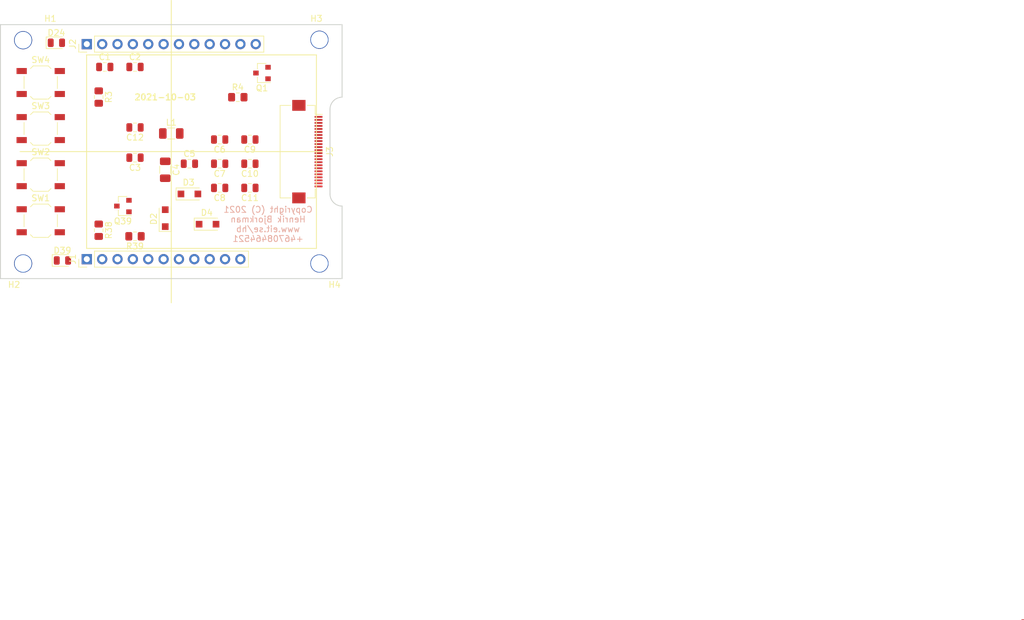
<source format=kicad_pcb>
(kicad_pcb (version 20171130) (host pcbnew 5.1.5+dfsg1-2build2)

  (general
    (thickness 1.6)
    (drawings 18)
    (tracks 1)
    (zones 0)
    (modules 35)
    (nets 31)
  )

  (page A4)
  (layers
    (0 F.Cu signal)
    (1 In1.Cu signal)
    (2 In2.Cu signal)
    (31 B.Cu signal)
    (32 B.Adhes user)
    (33 F.Adhes user)
    (34 B.Paste user)
    (35 F.Paste user)
    (36 B.SilkS user)
    (37 F.SilkS user)
    (38 B.Mask user hide)
    (39 F.Mask user)
    (40 Dwgs.User user)
    (41 Cmts.User user hide)
    (42 Eco1.User user hide)
    (43 Eco2.User user hide)
    (44 Edge.Cuts user)
    (45 Margin user)
    (46 B.CrtYd user)
    (47 F.CrtYd user hide)
    (48 B.Fab user)
    (49 F.Fab user hide)
  )

  (setup
    (last_trace_width 0.15)
    (user_trace_width 0.15)
    (user_trace_width 0.2)
    (user_trace_width 0.25)
    (user_trace_width 0.4)
    (user_trace_width 0.5)
    (user_trace_width 0.6)
    (user_trace_width 1)
    (user_trace_width 2)
    (trace_clearance 0.2)
    (zone_clearance 0.2)
    (zone_45_only no)
    (trace_min 0.15)
    (via_size 0.4)
    (via_drill 0.2)
    (via_min_size 0.4)
    (via_min_drill 0.2)
    (uvia_size 0.3)
    (uvia_drill 0.1)
    (uvias_allowed no)
    (uvia_min_size 0.2)
    (uvia_min_drill 0.1)
    (edge_width 0.15)
    (segment_width 0.15)
    (pcb_text_width 0.3)
    (pcb_text_size 1.5 1.5)
    (mod_edge_width 0.15)
    (mod_text_size 1 1)
    (mod_text_width 0.15)
    (pad_size 3 3)
    (pad_drill 2.75)
    (pad_to_mask_clearance 0.2)
    (solder_mask_min_width 0.25)
    (aux_axis_origin 0 0)
    (visible_elements 7FFDFE7F)
    (pcbplotparams
      (layerselection 0x010fc_ffffffff)
      (usegerberextensions false)
      (usegerberattributes false)
      (usegerberadvancedattributes false)
      (creategerberjobfile false)
      (excludeedgelayer false)
      (linewidth 0.100000)
      (plotframeref false)
      (viasonmask false)
      (mode 1)
      (useauxorigin false)
      (hpglpennumber 1)
      (hpglpenspeed 20)
      (hpglpendiameter 15.000000)
      (psnegative false)
      (psa4output false)
      (plotreference true)
      (plotvalue false)
      (plotinvisibletext false)
      (padsonsilk true)
      (subtractmaskfromsilk false)
      (outputformat 1)
      (mirror false)
      (drillshape 0)
      (scaleselection 1)
      (outputdirectory "plot"))
  )

  (net 0 "")
  (net 1 GND)
  (net 2 /P3V3)
  (net 3 /P5V)
  (net 4 "Net-(D39-Pad2)")
  (net 5 "Net-(Q39-Pad1)")
  (net 6 "Net-(Q39-Pad3)")
  (net 7 "Net-(D24-Pad2)")
  (net 8 "Net-(C4-Pad2)")
  (net 9 "Net-(C4-Pad1)")
  (net 10 "Net-(C5-Pad1)")
  (net 11 "Net-(C11-Pad1)")
  (net 12 "Net-(J3-Pad3)")
  (net 13 "Net-(C6-Pad1)")
  (net 14 "Net-(C7-Pad1)")
  (net 15 "Net-(C8-Pad1)")
  (net 16 "Net-(C9-Pad1)")
  (net 17 "Net-(C10-Pad1)")
  (net 18 /GPIO25_DATA_OR_CMD)
  (net 19 /GPIO24_RESET)
  (net 20 /GPIO8_TFT_CS)
  (net 21 /GPIO10_MOSI)
  (net 22 /GPIO11_SCLK)
  (net 23 "Net-(J3-Pad2)")
  (net 24 /GPIO17_J1)
  (net 25 /GPIO27_J1)
  (net 26 /GPIO22_J1)
  (net 27 /GPIO23_J1)
  (net 28 /GPIO16_Satus_LED)
  (net 29 /GPIO6_BUSY_N)
  (net 30 /GPIO7_BS)

  (net_class Default "This is the default net class."
    (clearance 0.2)
    (trace_width 0.15)
    (via_dia 0.4)
    (via_drill 0.2)
    (uvia_dia 0.3)
    (uvia_drill 0.1)
    (add_net /GPIO10_MOSI)
    (add_net /GPIO11_SCLK)
    (add_net /GPIO12_PWM0_BACKLIGHT)
    (add_net /GPIO16_Satus_LED)
    (add_net /GPIO17_J1)
    (add_net /GPIO22_J1)
    (add_net /GPIO23_J1)
    (add_net /GPIO24_RESET)
    (add_net /GPIO25_DATA_OR_CMD)
    (add_net /GPIO27_J1)
    (add_net /GPIO6_BUSY_N)
    (add_net /GPIO7_BS)
    (add_net /GPIO8_TFT_CS)
    (add_net /GPIO9_MISO)
    (add_net /P3V3)
    (add_net /P5V)
    (add_net GND)
    (add_net "Net-(C10-Pad1)")
    (add_net "Net-(C11-Pad1)")
    (add_net "Net-(C4-Pad1)")
    (add_net "Net-(C4-Pad2)")
    (add_net "Net-(C5-Pad1)")
    (add_net "Net-(C6-Pad1)")
    (add_net "Net-(C7-Pad1)")
    (add_net "Net-(C8-Pad1)")
    (add_net "Net-(C9-Pad1)")
    (add_net "Net-(D24-Pad2)")
    (add_net "Net-(D39-Pad2)")
    (add_net "Net-(J1-Pad8)")
    (add_net "Net-(J1-Pad9)")
    (add_net "Net-(J3-Pad1)")
    (add_net "Net-(J3-Pad19)")
    (add_net "Net-(J3-Pad2)")
    (add_net "Net-(J3-Pad3)")
    (add_net "Net-(J3-Pad4)")
    (add_net "Net-(J3-Pad6)")
    (add_net "Net-(J3-Pad7)")
    (add_net "Net-(Q39-Pad1)")
    (add_net "Net-(Q39-Pad3)")
  )

  (module Connector_PinHeader_2.54mm:PinHeader_1x11_P2.54mm_Vertical (layer F.Cu) (tedit 59FED5CC) (tstamp 615C5901)
    (at -13.97 17.78 90)
    (descr "Through hole straight pin header, 1x11, 2.54mm pitch, single row")
    (tags "Through hole pin header THT 1x11 2.54mm single row")
    (path /6163270D)
    (fp_text reference J1 (at 0 -2.33 90) (layer F.SilkS)
      (effects (font (size 1 1) (thickness 0.15)))
    )
    (fp_text value Conn_01x11 (at 0 27.73 90) (layer F.Fab)
      (effects (font (size 1 1) (thickness 0.15)))
    )
    (fp_text user %R (at 0 12.7) (layer F.Fab)
      (effects (font (size 1 1) (thickness 0.15)))
    )
    (fp_line (start 1.8 -1.8) (end -1.8 -1.8) (layer F.CrtYd) (width 0.05))
    (fp_line (start 1.8 27.2) (end 1.8 -1.8) (layer F.CrtYd) (width 0.05))
    (fp_line (start -1.8 27.2) (end 1.8 27.2) (layer F.CrtYd) (width 0.05))
    (fp_line (start -1.8 -1.8) (end -1.8 27.2) (layer F.CrtYd) (width 0.05))
    (fp_line (start -1.33 -1.33) (end 0 -1.33) (layer F.SilkS) (width 0.12))
    (fp_line (start -1.33 0) (end -1.33 -1.33) (layer F.SilkS) (width 0.12))
    (fp_line (start -1.33 1.27) (end 1.33 1.27) (layer F.SilkS) (width 0.12))
    (fp_line (start 1.33 1.27) (end 1.33 26.73) (layer F.SilkS) (width 0.12))
    (fp_line (start -1.33 1.27) (end -1.33 26.73) (layer F.SilkS) (width 0.12))
    (fp_line (start -1.33 26.73) (end 1.33 26.73) (layer F.SilkS) (width 0.12))
    (fp_line (start -1.27 -0.635) (end -0.635 -1.27) (layer F.Fab) (width 0.1))
    (fp_line (start -1.27 26.67) (end -1.27 -0.635) (layer F.Fab) (width 0.1))
    (fp_line (start 1.27 26.67) (end -1.27 26.67) (layer F.Fab) (width 0.1))
    (fp_line (start 1.27 -1.27) (end 1.27 26.67) (layer F.Fab) (width 0.1))
    (fp_line (start -0.635 -1.27) (end 1.27 -1.27) (layer F.Fab) (width 0.1))
    (pad 11 thru_hole oval (at 0 25.4 90) (size 1.7 1.7) (drill 1) (layers *.Cu *.Mask)
      (net 2 /P3V3))
    (pad 10 thru_hole oval (at 0 22.86 90) (size 1.7 1.7) (drill 1) (layers *.Cu *.Mask)
      (net 1 GND))
    (pad 9 thru_hole oval (at 0 20.32 90) (size 1.7 1.7) (drill 1) (layers *.Cu *.Mask))
    (pad 8 thru_hole oval (at 0 17.78 90) (size 1.7 1.7) (drill 1) (layers *.Cu *.Mask))
    (pad 7 thru_hole oval (at 0 15.24 90) (size 1.7 1.7) (drill 1) (layers *.Cu *.Mask)
      (net 28 /GPIO16_Satus_LED))
    (pad 6 thru_hole oval (at 0 12.7 90) (size 1.7 1.7) (drill 1) (layers *.Cu *.Mask)
      (net 2 /P3V3))
    (pad 5 thru_hole oval (at 0 10.16 90) (size 1.7 1.7) (drill 1) (layers *.Cu *.Mask)
      (net 24 /GPIO17_J1))
    (pad 4 thru_hole oval (at 0 7.62 90) (size 1.7 1.7) (drill 1) (layers *.Cu *.Mask)
      (net 25 /GPIO27_J1))
    (pad 3 thru_hole oval (at 0 5.08 90) (size 1.7 1.7) (drill 1) (layers *.Cu *.Mask)
      (net 26 /GPIO22_J1))
    (pad 2 thru_hole oval (at 0 2.54 90) (size 1.7 1.7) (drill 1) (layers *.Cu *.Mask)
      (net 27 /GPIO23_J1))
    (pad 1 thru_hole rect (at 0 0 90) (size 1.7 1.7) (drill 1) (layers *.Cu *.Mask)
      (net 1 GND))
    (model ${KISYS3DMOD}/Connector_PinHeader_2.54mm.3dshapes/PinHeader_1x11_P2.54mm_Vertical.wrl
      (at (xyz 0 0 0))
      (scale (xyz 1 1 1))
      (rotate (xyz 0 0 0))
    )
  )

  (module Capacitor_SMD:C_0805_2012Metric (layer F.Cu) (tedit 5B36C52B) (tstamp 615A057B)
    (at -11 -14)
    (descr "Capacitor SMD 0805 (2012 Metric), square (rectangular) end terminal, IPC_7351 nominal, (Body size source: https://docs.google.com/spreadsheets/d/1BsfQQcO9C6DZCsRaXUlFlo91Tg2WpOkGARC1WS5S8t0/edit?usp=sharing), generated with kicad-footprint-generator")
    (tags capacitor)
    (path /5F43CD9B)
    (attr smd)
    (fp_text reference C1 (at 0 -1.65) (layer F.SilkS)
      (effects (font (size 1 1) (thickness 0.15)))
    )
    (fp_text value 0.1uF (at 0 1.65) (layer F.Fab)
      (effects (font (size 1 1) (thickness 0.15)))
    )
    (fp_text user %R (at 0 0) (layer F.Fab)
      (effects (font (size 0.5 0.5) (thickness 0.08)))
    )
    (fp_line (start 1.68 0.95) (end -1.68 0.95) (layer F.CrtYd) (width 0.05))
    (fp_line (start 1.68 -0.95) (end 1.68 0.95) (layer F.CrtYd) (width 0.05))
    (fp_line (start -1.68 -0.95) (end 1.68 -0.95) (layer F.CrtYd) (width 0.05))
    (fp_line (start -1.68 0.95) (end -1.68 -0.95) (layer F.CrtYd) (width 0.05))
    (fp_line (start -0.258578 0.71) (end 0.258578 0.71) (layer F.SilkS) (width 0.12))
    (fp_line (start -0.258578 -0.71) (end 0.258578 -0.71) (layer F.SilkS) (width 0.12))
    (fp_line (start 1 0.6) (end -1 0.6) (layer F.Fab) (width 0.1))
    (fp_line (start 1 -0.6) (end 1 0.6) (layer F.Fab) (width 0.1))
    (fp_line (start -1 -0.6) (end 1 -0.6) (layer F.Fab) (width 0.1))
    (fp_line (start -1 0.6) (end -1 -0.6) (layer F.Fab) (width 0.1))
    (pad 2 smd roundrect (at 0.9375 0) (size 0.975 1.4) (layers F.Cu F.Paste F.Mask) (roundrect_rratio 0.25)
      (net 1 GND))
    (pad 1 smd roundrect (at -0.9375 0) (size 0.975 1.4) (layers F.Cu F.Paste F.Mask) (roundrect_rratio 0.25)
      (net 3 /P5V))
    (model ${KISYS3DMOD}/Capacitor_SMD.3dshapes/C_0805_2012Metric.wrl
      (at (xyz 0 0 0))
      (scale (xyz 1 1 1))
      (rotate (xyz 0 0 0))
    )
  )

  (module eit_footprints:NPTH_3mm_ID (layer F.Cu) (tedit 615AF4B4) (tstamp 615A22A4)
    (at 19.7 18.4)
    (path /5834BDED)
    (fp_text reference H4 (at 7.3 3.6) (layer F.SilkS)
      (effects (font (size 1 1) (thickness 0.15)))
    )
    (fp_text value 3mm_Mounting_Hole (at 0 -2.7) (layer F.Fab)
      (effects (font (size 1 1) (thickness 0.15)))
    )
    (pad "" np_thru_hole circle (at 4.8 0.1) (size 3 3) (drill 2.75) (layers *.Cu *.Mask)
      (clearance 1.6))
  )

  (module eit_footprints:NPTH_3mm_ID (layer F.Cu) (tedit 615AF4BE) (tstamp 615A229F)
    (at 19.71 -18.41)
    (path /5834BD62)
    (fp_text reference H3 (at 4.29 -3.59) (layer F.SilkS)
      (effects (font (size 1 1) (thickness 0.15)))
    )
    (fp_text value 3mm_Mounting_Hole (at 0 -2.7) (layer F.Fab)
      (effects (font (size 1 1) (thickness 0.15)))
    )
    (pad "" np_thru_hole circle (at 4.79 -0.09) (size 3 3) (drill 2.75) (layers *.Cu *.Mask)
      (clearance 1.6))
  )

  (module eit_footprints:NPTH_3mm_ID (layer F.Cu) (tedit 615AF4AE) (tstamp 615A229A)
    (at -18.5 18.4)
    (path /5834BCDF)
    (fp_text reference H2 (at -7.5 3.6) (layer F.SilkS)
      (effects (font (size 1 1) (thickness 0.15)))
    )
    (fp_text value 3mm_Mounting_Hole (at 0 -2.7) (layer F.Fab)
      (effects (font (size 1 1) (thickness 0.15)))
    )
    (pad "" np_thru_hole circle (at -6 0.1) (size 3 3) (drill 2.75) (layers *.Cu *.Mask)
      (clearance 1.6))
  )

  (module eit_footprints:NPTH_3mm_ID (layer F.Cu) (tedit 615AF42C) (tstamp 615A2295)
    (at -18.5 -18.43)
    (path /5834BC4A)
    (fp_text reference H1 (at -1.5 -3.57) (layer F.SilkS)
      (effects (font (size 1 1) (thickness 0.15)))
    )
    (fp_text value 3mm_Mounting_Hole (at 0 -2.7) (layer F.Fab)
      (effects (font (size 1 1) (thickness 0.15)))
    )
    (pad "" np_thru_hole circle (at -6 0) (size 3 3) (drill 2.75) (layers *.Cu *.Mask)
      (clearance 1.6))
  )

  (module Button_Switch_SMD:SW_SPST_TL3342 (layer F.Cu) (tedit 5A02FC95) (tstamp 615B3502)
    (at -21.59 -11.43)
    (descr "Low-profile SMD Tactile Switch, https://www.e-switch.com/system/asset/product_line/data_sheet/165/TL3342.pdf")
    (tags "SPST Tactile Switch")
    (path /61771334)
    (attr smd)
    (fp_text reference SW4 (at 0 -3.75) (layer F.SilkS)
      (effects (font (size 1 1) (thickness 0.15)))
    )
    (fp_text value SW_Push (at 0 3.75) (layer F.Fab)
      (effects (font (size 1 1) (thickness 0.15)))
    )
    (fp_circle (center 0 0) (end 1 0) (layer F.Fab) (width 0.1))
    (fp_line (start -4.25 3) (end -4.25 -3) (layer F.CrtYd) (width 0.05))
    (fp_line (start 4.25 3) (end -4.25 3) (layer F.CrtYd) (width 0.05))
    (fp_line (start 4.25 -3) (end 4.25 3) (layer F.CrtYd) (width 0.05))
    (fp_line (start -4.25 -3) (end 4.25 -3) (layer F.CrtYd) (width 0.05))
    (fp_line (start -1.2 -2.6) (end -2.6 -1.2) (layer F.Fab) (width 0.1))
    (fp_line (start 1.2 -2.6) (end -1.2 -2.6) (layer F.Fab) (width 0.1))
    (fp_line (start 2.6 -1.2) (end 1.2 -2.6) (layer F.Fab) (width 0.1))
    (fp_line (start 2.6 1.2) (end 2.6 -1.2) (layer F.Fab) (width 0.1))
    (fp_line (start 1.2 2.6) (end 2.6 1.2) (layer F.Fab) (width 0.1))
    (fp_line (start -1.2 2.6) (end 1.2 2.6) (layer F.Fab) (width 0.1))
    (fp_line (start -2.6 1.2) (end -1.2 2.6) (layer F.Fab) (width 0.1))
    (fp_line (start -2.6 -1.2) (end -2.6 1.2) (layer F.Fab) (width 0.1))
    (fp_line (start -1.25 -2.75) (end 1.25 -2.75) (layer F.SilkS) (width 0.12))
    (fp_line (start -2.75 -1) (end -2.75 1) (layer F.SilkS) (width 0.12))
    (fp_line (start -1.25 2.75) (end 1.25 2.75) (layer F.SilkS) (width 0.12))
    (fp_line (start 2.75 -1) (end 2.75 1) (layer F.SilkS) (width 0.12))
    (fp_line (start -2 1) (end -2 -1) (layer F.Fab) (width 0.1))
    (fp_line (start -1 2) (end -2 1) (layer F.Fab) (width 0.1))
    (fp_line (start 1 2) (end -1 2) (layer F.Fab) (width 0.1))
    (fp_line (start 2 1) (end 1 2) (layer F.Fab) (width 0.1))
    (fp_line (start 2 -1) (end 2 1) (layer F.Fab) (width 0.1))
    (fp_line (start 1 -2) (end 2 -1) (layer F.Fab) (width 0.1))
    (fp_line (start -1 -2) (end 1 -2) (layer F.Fab) (width 0.1))
    (fp_line (start -2 -1) (end -1 -2) (layer F.Fab) (width 0.1))
    (fp_line (start -1.7 -2.3) (end -1.25 -2.75) (layer F.SilkS) (width 0.12))
    (fp_line (start 1.7 -2.3) (end 1.25 -2.75) (layer F.SilkS) (width 0.12))
    (fp_line (start 1.7 2.3) (end 1.25 2.75) (layer F.SilkS) (width 0.12))
    (fp_line (start -1.7 2.3) (end -1.25 2.75) (layer F.SilkS) (width 0.12))
    (fp_line (start 3.2 1.6) (end 2.2 1.6) (layer F.Fab) (width 0.1))
    (fp_line (start 2.7 2.1) (end 2.7 1.6) (layer F.Fab) (width 0.1))
    (fp_line (start 1.7 2.1) (end 3.2 2.1) (layer F.Fab) (width 0.1))
    (fp_line (start -1.7 2.1) (end -3.2 2.1) (layer F.Fab) (width 0.1))
    (fp_line (start -3.2 1.6) (end -2.2 1.6) (layer F.Fab) (width 0.1))
    (fp_line (start -2.7 2.1) (end -2.7 1.6) (layer F.Fab) (width 0.1))
    (fp_line (start -3.2 -1.6) (end -2.2 -1.6) (layer F.Fab) (width 0.1))
    (fp_line (start -1.7 -2.1) (end -3.2 -2.1) (layer F.Fab) (width 0.1))
    (fp_line (start -2.7 -2.1) (end -2.7 -1.6) (layer F.Fab) (width 0.1))
    (fp_line (start 3.2 -1.6) (end 2.2 -1.6) (layer F.Fab) (width 0.1))
    (fp_line (start 1.7 -2.1) (end 3.2 -2.1) (layer F.Fab) (width 0.1))
    (fp_line (start 2.7 -2.1) (end 2.7 -1.6) (layer F.Fab) (width 0.1))
    (fp_line (start -3.2 -2.1) (end -3.2 -1.6) (layer F.Fab) (width 0.1))
    (fp_line (start -3.2 2.1) (end -3.2 1.6) (layer F.Fab) (width 0.1))
    (fp_line (start 3.2 -2.1) (end 3.2 -1.6) (layer F.Fab) (width 0.1))
    (fp_line (start 3.2 2.1) (end 3.2 1.6) (layer F.Fab) (width 0.1))
    (fp_text user %R (at 0 -3.75) (layer F.Fab)
      (effects (font (size 1 1) (thickness 0.15)))
    )
    (pad 2 smd rect (at 3.15 1.9) (size 1.7 1) (layers F.Cu F.Paste F.Mask)
      (net 1 GND))
    (pad 2 smd rect (at -3.15 1.9) (size 1.7 1) (layers F.Cu F.Paste F.Mask)
      (net 1 GND))
    (pad 1 smd rect (at 3.15 -1.9) (size 1.7 1) (layers F.Cu F.Paste F.Mask)
      (net 24 /GPIO17_J1))
    (pad 1 smd rect (at -3.15 -1.9) (size 1.7 1) (layers F.Cu F.Paste F.Mask)
      (net 24 /GPIO17_J1))
    (model ${KISYS3DMOD}/Button_Switch_SMD.3dshapes/SW_SPST_TL3342.wrl
      (at (xyz 0 0 0))
      (scale (xyz 1 1 1))
      (rotate (xyz 0 0 0))
    )
  )

  (module Button_Switch_SMD:SW_SPST_TL3342 (layer F.Cu) (tedit 5A02FC95) (tstamp 615B03B3)
    (at -21.59 -3.81)
    (descr "Low-profile SMD Tactile Switch, https://www.e-switch.com/system/asset/product_line/data_sheet/165/TL3342.pdf")
    (tags "SPST Tactile Switch")
    (path /61770F48)
    (attr smd)
    (fp_text reference SW3 (at 0 -3.75) (layer F.SilkS)
      (effects (font (size 1 1) (thickness 0.15)))
    )
    (fp_text value SW_Push (at 0 3.75) (layer F.Fab)
      (effects (font (size 1 1) (thickness 0.15)))
    )
    (fp_circle (center 0 0) (end 1 0) (layer F.Fab) (width 0.1))
    (fp_line (start -4.25 3) (end -4.25 -3) (layer F.CrtYd) (width 0.05))
    (fp_line (start 4.25 3) (end -4.25 3) (layer F.CrtYd) (width 0.05))
    (fp_line (start 4.25 -3) (end 4.25 3) (layer F.CrtYd) (width 0.05))
    (fp_line (start -4.25 -3) (end 4.25 -3) (layer F.CrtYd) (width 0.05))
    (fp_line (start -1.2 -2.6) (end -2.6 -1.2) (layer F.Fab) (width 0.1))
    (fp_line (start 1.2 -2.6) (end -1.2 -2.6) (layer F.Fab) (width 0.1))
    (fp_line (start 2.6 -1.2) (end 1.2 -2.6) (layer F.Fab) (width 0.1))
    (fp_line (start 2.6 1.2) (end 2.6 -1.2) (layer F.Fab) (width 0.1))
    (fp_line (start 1.2 2.6) (end 2.6 1.2) (layer F.Fab) (width 0.1))
    (fp_line (start -1.2 2.6) (end 1.2 2.6) (layer F.Fab) (width 0.1))
    (fp_line (start -2.6 1.2) (end -1.2 2.6) (layer F.Fab) (width 0.1))
    (fp_line (start -2.6 -1.2) (end -2.6 1.2) (layer F.Fab) (width 0.1))
    (fp_line (start -1.25 -2.75) (end 1.25 -2.75) (layer F.SilkS) (width 0.12))
    (fp_line (start -2.75 -1) (end -2.75 1) (layer F.SilkS) (width 0.12))
    (fp_line (start -1.25 2.75) (end 1.25 2.75) (layer F.SilkS) (width 0.12))
    (fp_line (start 2.75 -1) (end 2.75 1) (layer F.SilkS) (width 0.12))
    (fp_line (start -2 1) (end -2 -1) (layer F.Fab) (width 0.1))
    (fp_line (start -1 2) (end -2 1) (layer F.Fab) (width 0.1))
    (fp_line (start 1 2) (end -1 2) (layer F.Fab) (width 0.1))
    (fp_line (start 2 1) (end 1 2) (layer F.Fab) (width 0.1))
    (fp_line (start 2 -1) (end 2 1) (layer F.Fab) (width 0.1))
    (fp_line (start 1 -2) (end 2 -1) (layer F.Fab) (width 0.1))
    (fp_line (start -1 -2) (end 1 -2) (layer F.Fab) (width 0.1))
    (fp_line (start -2 -1) (end -1 -2) (layer F.Fab) (width 0.1))
    (fp_line (start -1.7 -2.3) (end -1.25 -2.75) (layer F.SilkS) (width 0.12))
    (fp_line (start 1.7 -2.3) (end 1.25 -2.75) (layer F.SilkS) (width 0.12))
    (fp_line (start 1.7 2.3) (end 1.25 2.75) (layer F.SilkS) (width 0.12))
    (fp_line (start -1.7 2.3) (end -1.25 2.75) (layer F.SilkS) (width 0.12))
    (fp_line (start 3.2 1.6) (end 2.2 1.6) (layer F.Fab) (width 0.1))
    (fp_line (start 2.7 2.1) (end 2.7 1.6) (layer F.Fab) (width 0.1))
    (fp_line (start 1.7 2.1) (end 3.2 2.1) (layer F.Fab) (width 0.1))
    (fp_line (start -1.7 2.1) (end -3.2 2.1) (layer F.Fab) (width 0.1))
    (fp_line (start -3.2 1.6) (end -2.2 1.6) (layer F.Fab) (width 0.1))
    (fp_line (start -2.7 2.1) (end -2.7 1.6) (layer F.Fab) (width 0.1))
    (fp_line (start -3.2 -1.6) (end -2.2 -1.6) (layer F.Fab) (width 0.1))
    (fp_line (start -1.7 -2.1) (end -3.2 -2.1) (layer F.Fab) (width 0.1))
    (fp_line (start -2.7 -2.1) (end -2.7 -1.6) (layer F.Fab) (width 0.1))
    (fp_line (start 3.2 -1.6) (end 2.2 -1.6) (layer F.Fab) (width 0.1))
    (fp_line (start 1.7 -2.1) (end 3.2 -2.1) (layer F.Fab) (width 0.1))
    (fp_line (start 2.7 -2.1) (end 2.7 -1.6) (layer F.Fab) (width 0.1))
    (fp_line (start -3.2 -2.1) (end -3.2 -1.6) (layer F.Fab) (width 0.1))
    (fp_line (start -3.2 2.1) (end -3.2 1.6) (layer F.Fab) (width 0.1))
    (fp_line (start 3.2 -2.1) (end 3.2 -1.6) (layer F.Fab) (width 0.1))
    (fp_line (start 3.2 2.1) (end 3.2 1.6) (layer F.Fab) (width 0.1))
    (fp_text user %R (at 0 -3.75) (layer F.Fab)
      (effects (font (size 1 1) (thickness 0.15)))
    )
    (pad 2 smd rect (at 3.15 1.9) (size 1.7 1) (layers F.Cu F.Paste F.Mask)
      (net 1 GND))
    (pad 2 smd rect (at -3.15 1.9) (size 1.7 1) (layers F.Cu F.Paste F.Mask)
      (net 1 GND))
    (pad 1 smd rect (at 3.15 -1.9) (size 1.7 1) (layers F.Cu F.Paste F.Mask)
      (net 25 /GPIO27_J1))
    (pad 1 smd rect (at -3.15 -1.9) (size 1.7 1) (layers F.Cu F.Paste F.Mask)
      (net 25 /GPIO27_J1))
    (model ${KISYS3DMOD}/Button_Switch_SMD.3dshapes/SW_SPST_TL3342.wrl
      (at (xyz 0 0 0))
      (scale (xyz 1 1 1))
      (rotate (xyz 0 0 0))
    )
  )

  (module Button_Switch_SMD:SW_SPST_TL3342 (layer F.Cu) (tedit 5A02FC95) (tstamp 615B037D)
    (at -21.59 3.81)
    (descr "Low-profile SMD Tactile Switch, https://www.e-switch.com/system/asset/product_line/data_sheet/165/TL3342.pdf")
    (tags "SPST Tactile Switch")
    (path /6175BCDB)
    (attr smd)
    (fp_text reference SW2 (at 0 -3.75) (layer F.SilkS)
      (effects (font (size 1 1) (thickness 0.15)))
    )
    (fp_text value SW_Push (at 0 3.75) (layer F.Fab)
      (effects (font (size 1 1) (thickness 0.15)))
    )
    (fp_circle (center 0 0) (end 1 0) (layer F.Fab) (width 0.1))
    (fp_line (start -4.25 3) (end -4.25 -3) (layer F.CrtYd) (width 0.05))
    (fp_line (start 4.25 3) (end -4.25 3) (layer F.CrtYd) (width 0.05))
    (fp_line (start 4.25 -3) (end 4.25 3) (layer F.CrtYd) (width 0.05))
    (fp_line (start -4.25 -3) (end 4.25 -3) (layer F.CrtYd) (width 0.05))
    (fp_line (start -1.2 -2.6) (end -2.6 -1.2) (layer F.Fab) (width 0.1))
    (fp_line (start 1.2 -2.6) (end -1.2 -2.6) (layer F.Fab) (width 0.1))
    (fp_line (start 2.6 -1.2) (end 1.2 -2.6) (layer F.Fab) (width 0.1))
    (fp_line (start 2.6 1.2) (end 2.6 -1.2) (layer F.Fab) (width 0.1))
    (fp_line (start 1.2 2.6) (end 2.6 1.2) (layer F.Fab) (width 0.1))
    (fp_line (start -1.2 2.6) (end 1.2 2.6) (layer F.Fab) (width 0.1))
    (fp_line (start -2.6 1.2) (end -1.2 2.6) (layer F.Fab) (width 0.1))
    (fp_line (start -2.6 -1.2) (end -2.6 1.2) (layer F.Fab) (width 0.1))
    (fp_line (start -1.25 -2.75) (end 1.25 -2.75) (layer F.SilkS) (width 0.12))
    (fp_line (start -2.75 -1) (end -2.75 1) (layer F.SilkS) (width 0.12))
    (fp_line (start -1.25 2.75) (end 1.25 2.75) (layer F.SilkS) (width 0.12))
    (fp_line (start 2.75 -1) (end 2.75 1) (layer F.SilkS) (width 0.12))
    (fp_line (start -2 1) (end -2 -1) (layer F.Fab) (width 0.1))
    (fp_line (start -1 2) (end -2 1) (layer F.Fab) (width 0.1))
    (fp_line (start 1 2) (end -1 2) (layer F.Fab) (width 0.1))
    (fp_line (start 2 1) (end 1 2) (layer F.Fab) (width 0.1))
    (fp_line (start 2 -1) (end 2 1) (layer F.Fab) (width 0.1))
    (fp_line (start 1 -2) (end 2 -1) (layer F.Fab) (width 0.1))
    (fp_line (start -1 -2) (end 1 -2) (layer F.Fab) (width 0.1))
    (fp_line (start -2 -1) (end -1 -2) (layer F.Fab) (width 0.1))
    (fp_line (start -1.7 -2.3) (end -1.25 -2.75) (layer F.SilkS) (width 0.12))
    (fp_line (start 1.7 -2.3) (end 1.25 -2.75) (layer F.SilkS) (width 0.12))
    (fp_line (start 1.7 2.3) (end 1.25 2.75) (layer F.SilkS) (width 0.12))
    (fp_line (start -1.7 2.3) (end -1.25 2.75) (layer F.SilkS) (width 0.12))
    (fp_line (start 3.2 1.6) (end 2.2 1.6) (layer F.Fab) (width 0.1))
    (fp_line (start 2.7 2.1) (end 2.7 1.6) (layer F.Fab) (width 0.1))
    (fp_line (start 1.7 2.1) (end 3.2 2.1) (layer F.Fab) (width 0.1))
    (fp_line (start -1.7 2.1) (end -3.2 2.1) (layer F.Fab) (width 0.1))
    (fp_line (start -3.2 1.6) (end -2.2 1.6) (layer F.Fab) (width 0.1))
    (fp_line (start -2.7 2.1) (end -2.7 1.6) (layer F.Fab) (width 0.1))
    (fp_line (start -3.2 -1.6) (end -2.2 -1.6) (layer F.Fab) (width 0.1))
    (fp_line (start -1.7 -2.1) (end -3.2 -2.1) (layer F.Fab) (width 0.1))
    (fp_line (start -2.7 -2.1) (end -2.7 -1.6) (layer F.Fab) (width 0.1))
    (fp_line (start 3.2 -1.6) (end 2.2 -1.6) (layer F.Fab) (width 0.1))
    (fp_line (start 1.7 -2.1) (end 3.2 -2.1) (layer F.Fab) (width 0.1))
    (fp_line (start 2.7 -2.1) (end 2.7 -1.6) (layer F.Fab) (width 0.1))
    (fp_line (start -3.2 -2.1) (end -3.2 -1.6) (layer F.Fab) (width 0.1))
    (fp_line (start -3.2 2.1) (end -3.2 1.6) (layer F.Fab) (width 0.1))
    (fp_line (start 3.2 -2.1) (end 3.2 -1.6) (layer F.Fab) (width 0.1))
    (fp_line (start 3.2 2.1) (end 3.2 1.6) (layer F.Fab) (width 0.1))
    (fp_text user %R (at 0 -3.75) (layer F.Fab)
      (effects (font (size 1 1) (thickness 0.15)))
    )
    (pad 2 smd rect (at 3.15 1.9) (size 1.7 1) (layers F.Cu F.Paste F.Mask)
      (net 1 GND))
    (pad 2 smd rect (at -3.15 1.9) (size 1.7 1) (layers F.Cu F.Paste F.Mask)
      (net 1 GND))
    (pad 1 smd rect (at 3.15 -1.9) (size 1.7 1) (layers F.Cu F.Paste F.Mask)
      (net 26 /GPIO22_J1))
    (pad 1 smd rect (at -3.15 -1.9) (size 1.7 1) (layers F.Cu F.Paste F.Mask)
      (net 26 /GPIO22_J1))
    (model ${KISYS3DMOD}/Button_Switch_SMD.3dshapes/SW_SPST_TL3342.wrl
      (at (xyz 0 0 0))
      (scale (xyz 1 1 1))
      (rotate (xyz 0 0 0))
    )
  )

  (module Button_Switch_SMD:SW_SPST_TL3342 (layer F.Cu) (tedit 5A02FC95) (tstamp 615B0347)
    (at -21.59 11.43)
    (descr "Low-profile SMD Tactile Switch, https://www.e-switch.com/system/asset/product_line/data_sheet/165/TL3342.pdf")
    (tags "SPST Tactile Switch")
    (path /61759DAE)
    (attr smd)
    (fp_text reference SW1 (at 0 -3.75) (layer F.SilkS)
      (effects (font (size 1 1) (thickness 0.15)))
    )
    (fp_text value SW_Push (at 0 3.75) (layer F.Fab)
      (effects (font (size 1 1) (thickness 0.15)))
    )
    (fp_circle (center 0 0) (end 1 0) (layer F.Fab) (width 0.1))
    (fp_line (start -4.25 3) (end -4.25 -3) (layer F.CrtYd) (width 0.05))
    (fp_line (start 4.25 3) (end -4.25 3) (layer F.CrtYd) (width 0.05))
    (fp_line (start 4.25 -3) (end 4.25 3) (layer F.CrtYd) (width 0.05))
    (fp_line (start -4.25 -3) (end 4.25 -3) (layer F.CrtYd) (width 0.05))
    (fp_line (start -1.2 -2.6) (end -2.6 -1.2) (layer F.Fab) (width 0.1))
    (fp_line (start 1.2 -2.6) (end -1.2 -2.6) (layer F.Fab) (width 0.1))
    (fp_line (start 2.6 -1.2) (end 1.2 -2.6) (layer F.Fab) (width 0.1))
    (fp_line (start 2.6 1.2) (end 2.6 -1.2) (layer F.Fab) (width 0.1))
    (fp_line (start 1.2 2.6) (end 2.6 1.2) (layer F.Fab) (width 0.1))
    (fp_line (start -1.2 2.6) (end 1.2 2.6) (layer F.Fab) (width 0.1))
    (fp_line (start -2.6 1.2) (end -1.2 2.6) (layer F.Fab) (width 0.1))
    (fp_line (start -2.6 -1.2) (end -2.6 1.2) (layer F.Fab) (width 0.1))
    (fp_line (start -1.25 -2.75) (end 1.25 -2.75) (layer F.SilkS) (width 0.12))
    (fp_line (start -2.75 -1) (end -2.75 1) (layer F.SilkS) (width 0.12))
    (fp_line (start -1.25 2.75) (end 1.25 2.75) (layer F.SilkS) (width 0.12))
    (fp_line (start 2.75 -1) (end 2.75 1) (layer F.SilkS) (width 0.12))
    (fp_line (start -2 1) (end -2 -1) (layer F.Fab) (width 0.1))
    (fp_line (start -1 2) (end -2 1) (layer F.Fab) (width 0.1))
    (fp_line (start 1 2) (end -1 2) (layer F.Fab) (width 0.1))
    (fp_line (start 2 1) (end 1 2) (layer F.Fab) (width 0.1))
    (fp_line (start 2 -1) (end 2 1) (layer F.Fab) (width 0.1))
    (fp_line (start 1 -2) (end 2 -1) (layer F.Fab) (width 0.1))
    (fp_line (start -1 -2) (end 1 -2) (layer F.Fab) (width 0.1))
    (fp_line (start -2 -1) (end -1 -2) (layer F.Fab) (width 0.1))
    (fp_line (start -1.7 -2.3) (end -1.25 -2.75) (layer F.SilkS) (width 0.12))
    (fp_line (start 1.7 -2.3) (end 1.25 -2.75) (layer F.SilkS) (width 0.12))
    (fp_line (start 1.7 2.3) (end 1.25 2.75) (layer F.SilkS) (width 0.12))
    (fp_line (start -1.7 2.3) (end -1.25 2.75) (layer F.SilkS) (width 0.12))
    (fp_line (start 3.2 1.6) (end 2.2 1.6) (layer F.Fab) (width 0.1))
    (fp_line (start 2.7 2.1) (end 2.7 1.6) (layer F.Fab) (width 0.1))
    (fp_line (start 1.7 2.1) (end 3.2 2.1) (layer F.Fab) (width 0.1))
    (fp_line (start -1.7 2.1) (end -3.2 2.1) (layer F.Fab) (width 0.1))
    (fp_line (start -3.2 1.6) (end -2.2 1.6) (layer F.Fab) (width 0.1))
    (fp_line (start -2.7 2.1) (end -2.7 1.6) (layer F.Fab) (width 0.1))
    (fp_line (start -3.2 -1.6) (end -2.2 -1.6) (layer F.Fab) (width 0.1))
    (fp_line (start -1.7 -2.1) (end -3.2 -2.1) (layer F.Fab) (width 0.1))
    (fp_line (start -2.7 -2.1) (end -2.7 -1.6) (layer F.Fab) (width 0.1))
    (fp_line (start 3.2 -1.6) (end 2.2 -1.6) (layer F.Fab) (width 0.1))
    (fp_line (start 1.7 -2.1) (end 3.2 -2.1) (layer F.Fab) (width 0.1))
    (fp_line (start 2.7 -2.1) (end 2.7 -1.6) (layer F.Fab) (width 0.1))
    (fp_line (start -3.2 -2.1) (end -3.2 -1.6) (layer F.Fab) (width 0.1))
    (fp_line (start -3.2 2.1) (end -3.2 1.6) (layer F.Fab) (width 0.1))
    (fp_line (start 3.2 -2.1) (end 3.2 -1.6) (layer F.Fab) (width 0.1))
    (fp_line (start 3.2 2.1) (end 3.2 1.6) (layer F.Fab) (width 0.1))
    (fp_text user %R (at 0 -3.75) (layer F.Fab)
      (effects (font (size 1 1) (thickness 0.15)))
    )
    (pad 2 smd rect (at 3.15 1.9) (size 1.7 1) (layers F.Cu F.Paste F.Mask)
      (net 1 GND))
    (pad 2 smd rect (at -3.15 1.9) (size 1.7 1) (layers F.Cu F.Paste F.Mask)
      (net 1 GND))
    (pad 1 smd rect (at 3.15 -1.9) (size 1.7 1) (layers F.Cu F.Paste F.Mask)
      (net 27 /GPIO23_J1))
    (pad 1 smd rect (at -3.15 -1.9) (size 1.7 1) (layers F.Cu F.Paste F.Mask)
      (net 27 /GPIO23_J1))
    (model ${KISYS3DMOD}/Button_Switch_SMD.3dshapes/SW_SPST_TL3342.wrl
      (at (xyz 0 0 0))
      (scale (xyz 1 1 1))
      (rotate (xyz 0 0 0))
    )
  )

  (module Capacitor_SMD:C_0805_2012Metric (layer F.Cu) (tedit 5B36C52B) (tstamp 615AD5E1)
    (at -6 -4 180)
    (descr "Capacitor SMD 0805 (2012 Metric), square (rectangular) end terminal, IPC_7351 nominal, (Body size source: https://docs.google.com/spreadsheets/d/1BsfQQcO9C6DZCsRaXUlFlo91Tg2WpOkGARC1WS5S8t0/edit?usp=sharing), generated with kicad-footprint-generator")
    (tags capacitor)
    (path /615CD46E)
    (attr smd)
    (fp_text reference C12 (at 0 -1.65) (layer F.SilkS)
      (effects (font (size 1 1) (thickness 0.15)))
    )
    (fp_text value 0.1uF (at 0 1.65) (layer F.Fab)
      (effects (font (size 1 1) (thickness 0.15)))
    )
    (fp_text user %R (at 0 0) (layer F.Fab)
      (effects (font (size 0.5 0.5) (thickness 0.08)))
    )
    (fp_line (start 1.68 0.95) (end -1.68 0.95) (layer F.CrtYd) (width 0.05))
    (fp_line (start 1.68 -0.95) (end 1.68 0.95) (layer F.CrtYd) (width 0.05))
    (fp_line (start -1.68 -0.95) (end 1.68 -0.95) (layer F.CrtYd) (width 0.05))
    (fp_line (start -1.68 0.95) (end -1.68 -0.95) (layer F.CrtYd) (width 0.05))
    (fp_line (start -0.258578 0.71) (end 0.258578 0.71) (layer F.SilkS) (width 0.12))
    (fp_line (start -0.258578 -0.71) (end 0.258578 -0.71) (layer F.SilkS) (width 0.12))
    (fp_line (start 1 0.6) (end -1 0.6) (layer F.Fab) (width 0.1))
    (fp_line (start 1 -0.6) (end 1 0.6) (layer F.Fab) (width 0.1))
    (fp_line (start -1 -0.6) (end 1 -0.6) (layer F.Fab) (width 0.1))
    (fp_line (start -1 0.6) (end -1 -0.6) (layer F.Fab) (width 0.1))
    (pad 2 smd roundrect (at 0.9375 0 180) (size 0.975 1.4) (layers F.Cu F.Paste F.Mask) (roundrect_rratio 0.25)
      (net 1 GND))
    (pad 1 smd roundrect (at -0.9375 0 180) (size 0.975 1.4) (layers F.Cu F.Paste F.Mask) (roundrect_rratio 0.25)
      (net 2 /P3V3))
    (model ${KISYS3DMOD}/Capacitor_SMD.3dshapes/C_0805_2012Metric.wrl
      (at (xyz 0 0 0))
      (scale (xyz 1 1 1))
      (rotate (xyz 0 0 0))
    )
  )

  (module Inductor_SMD:L_1206_3216Metric (layer F.Cu) (tedit 5B301BBE) (tstamp 615ACCBB)
    (at 0 -3)
    (descr "Inductor SMD 1206 (3216 Metric), square (rectangular) end terminal, IPC_7351 nominal, (Body size source: http://www.tortai-tech.com/upload/download/2011102023233369053.pdf), generated with kicad-footprint-generator")
    (tags inductor)
    (path /61660DAE)
    (attr smd)
    (fp_text reference L1 (at 0 -1.82) (layer F.SilkS)
      (effects (font (size 1 1) (thickness 0.15)))
    )
    (fp_text value "10 uH" (at 0 1.82) (layer F.Fab)
      (effects (font (size 1 1) (thickness 0.15)))
    )
    (fp_text user %R (at 0 0) (layer F.Fab)
      (effects (font (size 0.8 0.8) (thickness 0.12)))
    )
    (fp_line (start 2.28 1.12) (end -2.28 1.12) (layer F.CrtYd) (width 0.05))
    (fp_line (start 2.28 -1.12) (end 2.28 1.12) (layer F.CrtYd) (width 0.05))
    (fp_line (start -2.28 -1.12) (end 2.28 -1.12) (layer F.CrtYd) (width 0.05))
    (fp_line (start -2.28 1.12) (end -2.28 -1.12) (layer F.CrtYd) (width 0.05))
    (fp_line (start -0.602064 0.91) (end 0.602064 0.91) (layer F.SilkS) (width 0.12))
    (fp_line (start -0.602064 -0.91) (end 0.602064 -0.91) (layer F.SilkS) (width 0.12))
    (fp_line (start 1.6 0.8) (end -1.6 0.8) (layer F.Fab) (width 0.1))
    (fp_line (start 1.6 -0.8) (end 1.6 0.8) (layer F.Fab) (width 0.1))
    (fp_line (start -1.6 -0.8) (end 1.6 -0.8) (layer F.Fab) (width 0.1))
    (fp_line (start -1.6 0.8) (end -1.6 -0.8) (layer F.Fab) (width 0.1))
    (pad 2 smd roundrect (at 1.4 0) (size 1.25 1.75) (layers F.Cu F.Paste F.Mask) (roundrect_rratio 0.2)
      (net 9 "Net-(C4-Pad1)"))
    (pad 1 smd roundrect (at -1.4 0) (size 1.25 1.75) (layers F.Cu F.Paste F.Mask) (roundrect_rratio 0.2)
      (net 2 /P3V3))
    (model ${KISYS3DMOD}/Inductor_SMD.3dshapes/L_1206_3216Metric.wrl
      (at (xyz 0 0 0))
      (scale (xyz 1 1 1))
      (rotate (xyz 0 0 0))
    )
  )

  (module Connector_FFC-FPC:Hirose_FH12-24S-0.5SH_1x24-1MP_P0.50mm_Horizontal (layer F.Cu) (tedit 5D24667B) (tstamp 615ABEAE)
    (at 22.5 0 270)
    (descr "Hirose FH12, FFC/FPC connector, FH12-24S-0.5SH, 24 Pins per row (https://www.hirose.com/product/en/products/FH12/FH12-24S-0.5SH(55)/), generated with kicad-footprint-generator")
    (tags "connector Hirose FH12 horizontal")
    (path /615A2DA2)
    (attr smd)
    (fp_text reference J3 (at 0 -3.7 90) (layer F.SilkS)
      (effects (font (size 1 1) (thickness 0.15)))
    )
    (fp_text value Conn_01x24 (at 0 5.6 90) (layer F.Fab)
      (effects (font (size 1 1) (thickness 0.15)))
    )
    (fp_text user %R (at 0 3.7 90) (layer F.Fab)
      (effects (font (size 1 1) (thickness 0.15)))
    )
    (fp_line (start 9.05 -3) (end -9.05 -3) (layer F.CrtYd) (width 0.05))
    (fp_line (start 9.05 4.9) (end 9.05 -3) (layer F.CrtYd) (width 0.05))
    (fp_line (start -9.05 4.9) (end 9.05 4.9) (layer F.CrtYd) (width 0.05))
    (fp_line (start -9.05 -3) (end -9.05 4.9) (layer F.CrtYd) (width 0.05))
    (fp_line (start -5.75 -0.492893) (end -5.25 -1.2) (layer F.Fab) (width 0.1))
    (fp_line (start -6.25 -1.2) (end -5.75 -0.492893) (layer F.Fab) (width 0.1))
    (fp_line (start -6.16 -1.3) (end -6.16 -2.5) (layer F.SilkS) (width 0.12))
    (fp_line (start 7.65 4.5) (end 7.65 2.76) (layer F.SilkS) (width 0.12))
    (fp_line (start -7.65 4.5) (end 7.65 4.5) (layer F.SilkS) (width 0.12))
    (fp_line (start -7.65 2.76) (end -7.65 4.5) (layer F.SilkS) (width 0.12))
    (fp_line (start 7.65 -1.3) (end 7.65 0.04) (layer F.SilkS) (width 0.12))
    (fp_line (start 6.16 -1.3) (end 7.65 -1.3) (layer F.SilkS) (width 0.12))
    (fp_line (start -7.65 -1.3) (end -7.65 0.04) (layer F.SilkS) (width 0.12))
    (fp_line (start -6.16 -1.3) (end -7.65 -1.3) (layer F.SilkS) (width 0.12))
    (fp_line (start 7.45 4.4) (end 0 4.4) (layer F.Fab) (width 0.1))
    (fp_line (start 7.45 3.7) (end 7.45 4.4) (layer F.Fab) (width 0.1))
    (fp_line (start 6.95 3.7) (end 7.45 3.7) (layer F.Fab) (width 0.1))
    (fp_line (start 6.95 3.4) (end 6.95 3.7) (layer F.Fab) (width 0.1))
    (fp_line (start 7.55 3.4) (end 6.95 3.4) (layer F.Fab) (width 0.1))
    (fp_line (start 7.55 -1.2) (end 7.55 3.4) (layer F.Fab) (width 0.1))
    (fp_line (start 0 -1.2) (end 7.55 -1.2) (layer F.Fab) (width 0.1))
    (fp_line (start -7.45 4.4) (end 0 4.4) (layer F.Fab) (width 0.1))
    (fp_line (start -7.45 3.7) (end -7.45 4.4) (layer F.Fab) (width 0.1))
    (fp_line (start -6.95 3.7) (end -7.45 3.7) (layer F.Fab) (width 0.1))
    (fp_line (start -6.95 3.4) (end -6.95 3.7) (layer F.Fab) (width 0.1))
    (fp_line (start -7.55 3.4) (end -6.95 3.4) (layer F.Fab) (width 0.1))
    (fp_line (start -7.55 -1.2) (end -7.55 3.4) (layer F.Fab) (width 0.1))
    (fp_line (start 0 -1.2) (end -7.55 -1.2) (layer F.Fab) (width 0.1))
    (pad 24 smd rect (at 5.75 -1.85 270) (size 0.3 1.3) (layers F.Cu F.Paste F.Mask)
      (net 15 "Net-(C8-Pad1)"))
    (pad 23 smd rect (at 5.25 -1.85 270) (size 0.3 1.3) (layers F.Cu F.Paste F.Mask)
      (net 11 "Net-(C11-Pad1)"))
    (pad 22 smd rect (at 4.75 -1.85 270) (size 0.3 1.3) (layers F.Cu F.Paste F.Mask)
      (net 17 "Net-(C10-Pad1)"))
    (pad 21 smd rect (at 4.25 -1.85 270) (size 0.3 1.3) (layers F.Cu F.Paste F.Mask)
      (net 10 "Net-(C5-Pad1)"))
    (pad 20 smd rect (at 3.75 -1.85 270) (size 0.3 1.3) (layers F.Cu F.Paste F.Mask)
      (net 14 "Net-(C7-Pad1)"))
    (pad 19 smd rect (at 3.25 -1.85 270) (size 0.3 1.3) (layers F.Cu F.Paste F.Mask))
    (pad 18 smd rect (at 2.75 -1.85 270) (size 0.3 1.3) (layers F.Cu F.Paste F.Mask)
      (net 16 "Net-(C9-Pad1)"))
    (pad 17 smd rect (at 2.25 -1.85 270) (size 0.3 1.3) (layers F.Cu F.Paste F.Mask)
      (net 1 GND))
    (pad 16 smd rect (at 1.75 -1.85 270) (size 0.3 1.3) (layers F.Cu F.Paste F.Mask)
      (net 2 /P3V3))
    (pad 15 smd rect (at 1.25 -1.85 270) (size 0.3 1.3) (layers F.Cu F.Paste F.Mask)
      (net 2 /P3V3))
    (pad 14 smd rect (at 0.75 -1.85 270) (size 0.3 1.3) (layers F.Cu F.Paste F.Mask)
      (net 21 /GPIO10_MOSI))
    (pad 13 smd rect (at 0.25 -1.85 270) (size 0.3 1.3) (layers F.Cu F.Paste F.Mask)
      (net 22 /GPIO11_SCLK))
    (pad 12 smd rect (at -0.25 -1.85 270) (size 0.3 1.3) (layers F.Cu F.Paste F.Mask)
      (net 20 /GPIO8_TFT_CS))
    (pad 11 smd rect (at -0.75 -1.85 270) (size 0.3 1.3) (layers F.Cu F.Paste F.Mask)
      (net 18 /GPIO25_DATA_OR_CMD))
    (pad 10 smd rect (at -1.25 -1.85 270) (size 0.3 1.3) (layers F.Cu F.Paste F.Mask)
      (net 19 /GPIO24_RESET))
    (pad 9 smd rect (at -1.75 -1.85 270) (size 0.3 1.3) (layers F.Cu F.Paste F.Mask)
      (net 29 /GPIO6_BUSY_N))
    (pad 8 smd rect (at -2.25 -1.85 270) (size 0.3 1.3) (layers F.Cu F.Paste F.Mask)
      (net 30 /GPIO7_BS))
    (pad 7 smd rect (at -2.75 -1.85 270) (size 0.3 1.3) (layers F.Cu F.Paste F.Mask))
    (pad 6 smd rect (at -3.25 -1.85 270) (size 0.3 1.3) (layers F.Cu F.Paste F.Mask))
    (pad 5 smd rect (at -3.75 -1.85 270) (size 0.3 1.3) (layers F.Cu F.Paste F.Mask)
      (net 13 "Net-(C6-Pad1)"))
    (pad 4 smd rect (at -4.25 -1.85 270) (size 0.3 1.3) (layers F.Cu F.Paste F.Mask))
    (pad 3 smd rect (at -4.75 -1.85 270) (size 0.3 1.3) (layers F.Cu F.Paste F.Mask)
      (net 12 "Net-(J3-Pad3)"))
    (pad 2 smd rect (at -5.25 -1.85 270) (size 0.3 1.3) (layers F.Cu F.Paste F.Mask)
      (net 23 "Net-(J3-Pad2)"))
    (pad 1 smd rect (at -5.75 -1.85 270) (size 0.3 1.3) (layers F.Cu F.Paste F.Mask))
    (pad MP smd rect (at -7.65 1.4 270) (size 1.8 2.2) (layers F.Cu F.Paste F.Mask))
    (pad MP smd rect (at 7.65 1.4 270) (size 1.8 2.2) (layers F.Cu F.Paste F.Mask))
    (model ${KISYS3DMOD}/Connector_FFC-FPC.3dshapes/Hirose_FH12-24S-0.5SH_1x24-1MP_P0.50mm_Horizontal.wrl
      (at (xyz 0 0 0))
      (scale (xyz 1 1 1))
      (rotate (xyz 0 0 0))
    )
  )

  (module Resistor_SMD:R_0805_2012Metric_Pad1.15x1.40mm_HandSolder (layer F.Cu) (tedit 5B36C52B) (tstamp 615A272A)
    (at 11 -9)
    (descr "Resistor SMD 0805 (2012 Metric), square (rectangular) end terminal, IPC_7351 nominal with elongated pad for handsoldering. (Body size source: https://docs.google.com/spreadsheets/d/1BsfQQcO9C6DZCsRaXUlFlo91Tg2WpOkGARC1WS5S8t0/edit?usp=sharing), generated with kicad-footprint-generator")
    (tags "resistor handsolder")
    (path /616A019B)
    (attr smd)
    (fp_text reference R4 (at 0 -1.65) (layer F.SilkS)
      (effects (font (size 1 1) (thickness 0.15)))
    )
    (fp_text value 0.47 (at 0 1.65) (layer F.Fab)
      (effects (font (size 1 1) (thickness 0.15)))
    )
    (fp_text user %R (at 0 0) (layer F.Fab)
      (effects (font (size 0.5 0.5) (thickness 0.08)))
    )
    (fp_line (start 1.85 0.95) (end -1.85 0.95) (layer F.CrtYd) (width 0.05))
    (fp_line (start 1.85 -0.95) (end 1.85 0.95) (layer F.CrtYd) (width 0.05))
    (fp_line (start -1.85 -0.95) (end 1.85 -0.95) (layer F.CrtYd) (width 0.05))
    (fp_line (start -1.85 0.95) (end -1.85 -0.95) (layer F.CrtYd) (width 0.05))
    (fp_line (start -0.261252 0.71) (end 0.261252 0.71) (layer F.SilkS) (width 0.12))
    (fp_line (start -0.261252 -0.71) (end 0.261252 -0.71) (layer F.SilkS) (width 0.12))
    (fp_line (start 1 0.6) (end -1 0.6) (layer F.Fab) (width 0.1))
    (fp_line (start 1 -0.6) (end 1 0.6) (layer F.Fab) (width 0.1))
    (fp_line (start -1 -0.6) (end 1 -0.6) (layer F.Fab) (width 0.1))
    (fp_line (start -1 0.6) (end -1 -0.6) (layer F.Fab) (width 0.1))
    (pad 2 smd roundrect (at 1.025 0) (size 1.15 1.4) (layers F.Cu F.Paste F.Mask) (roundrect_rratio 0.217391)
      (net 12 "Net-(J3-Pad3)"))
    (pad 1 smd roundrect (at -1.025 0) (size 1.15 1.4) (layers F.Cu F.Paste F.Mask) (roundrect_rratio 0.217391)
      (net 1 GND))
    (model ${KISYS3DMOD}/Resistor_SMD.3dshapes/R_0805_2012Metric.wrl
      (at (xyz 0 0 0))
      (scale (xyz 1 1 1))
      (rotate (xyz 0 0 0))
    )
  )

  (module Package_TO_SOT_SMD:SOT-23 (layer F.Cu) (tedit 5A02FF57) (tstamp 615A26BD)
    (at 15 -13 180)
    (descr "SOT-23, Standard")
    (tags SOT-23)
    (path /616AD558)
    (attr smd)
    (fp_text reference Q1 (at 0 -2.5) (layer F.SilkS)
      (effects (font (size 1 1) (thickness 0.15)))
    )
    (fp_text value ZXMN3B01F (at 0 2.5) (layer F.Fab)
      (effects (font (size 1 1) (thickness 0.15)))
    )
    (fp_line (start 0.76 1.58) (end -0.7 1.58) (layer F.SilkS) (width 0.12))
    (fp_line (start 0.76 -1.58) (end -1.4 -1.58) (layer F.SilkS) (width 0.12))
    (fp_line (start -1.7 1.75) (end -1.7 -1.75) (layer F.CrtYd) (width 0.05))
    (fp_line (start 1.7 1.75) (end -1.7 1.75) (layer F.CrtYd) (width 0.05))
    (fp_line (start 1.7 -1.75) (end 1.7 1.75) (layer F.CrtYd) (width 0.05))
    (fp_line (start -1.7 -1.75) (end 1.7 -1.75) (layer F.CrtYd) (width 0.05))
    (fp_line (start 0.76 -1.58) (end 0.76 -0.65) (layer F.SilkS) (width 0.12))
    (fp_line (start 0.76 1.58) (end 0.76 0.65) (layer F.SilkS) (width 0.12))
    (fp_line (start -0.7 1.52) (end 0.7 1.52) (layer F.Fab) (width 0.1))
    (fp_line (start 0.7 -1.52) (end 0.7 1.52) (layer F.Fab) (width 0.1))
    (fp_line (start -0.7 -0.95) (end -0.15 -1.52) (layer F.Fab) (width 0.1))
    (fp_line (start -0.15 -1.52) (end 0.7 -1.52) (layer F.Fab) (width 0.1))
    (fp_line (start -0.7 -0.95) (end -0.7 1.5) (layer F.Fab) (width 0.1))
    (fp_text user %R (at 0 0 90) (layer F.Fab)
      (effects (font (size 0.5 0.5) (thickness 0.075)))
    )
    (pad 3 smd rect (at 1 0 180) (size 0.9 0.8) (layers F.Cu F.Paste F.Mask)
      (net 9 "Net-(C4-Pad1)"))
    (pad 2 smd rect (at -1 0.95 180) (size 0.9 0.8) (layers F.Cu F.Paste F.Mask)
      (net 12 "Net-(J3-Pad3)"))
    (pad 1 smd rect (at -1 -0.95 180) (size 0.9 0.8) (layers F.Cu F.Paste F.Mask)
      (net 23 "Net-(J3-Pad2)"))
    (model ${KISYS3DMOD}/Package_TO_SOT_SMD.3dshapes/SOT-23.wrl
      (at (xyz 0 0 0))
      (scale (xyz 1 1 1))
      (rotate (xyz 0 0 0))
    )
  )

  (module Diode_SMD:D_SOD-123F (layer F.Cu) (tedit 587F7769) (tstamp 615A258A)
    (at 6 12)
    (descr D_SOD-123F)
    (tags D_SOD-123F)
    (path /61618A52)
    (attr smd)
    (fp_text reference D4 (at -0.127 -1.905) (layer F.SilkS)
      (effects (font (size 1 1) (thickness 0.15)))
    )
    (fp_text value SS2040FL (at 0 2.1) (layer F.Fab)
      (effects (font (size 1 1) (thickness 0.15)))
    )
    (fp_line (start -2.2 -1) (end 1.65 -1) (layer F.SilkS) (width 0.12))
    (fp_line (start -2.2 1) (end 1.65 1) (layer F.SilkS) (width 0.12))
    (fp_line (start -2.2 -1.15) (end -2.2 1.15) (layer F.CrtYd) (width 0.05))
    (fp_line (start 2.2 1.15) (end -2.2 1.15) (layer F.CrtYd) (width 0.05))
    (fp_line (start 2.2 -1.15) (end 2.2 1.15) (layer F.CrtYd) (width 0.05))
    (fp_line (start -2.2 -1.15) (end 2.2 -1.15) (layer F.CrtYd) (width 0.05))
    (fp_line (start -1.4 -0.9) (end 1.4 -0.9) (layer F.Fab) (width 0.1))
    (fp_line (start 1.4 -0.9) (end 1.4 0.9) (layer F.Fab) (width 0.1))
    (fp_line (start 1.4 0.9) (end -1.4 0.9) (layer F.Fab) (width 0.1))
    (fp_line (start -1.4 0.9) (end -1.4 -0.9) (layer F.Fab) (width 0.1))
    (fp_line (start -0.75 0) (end -0.35 0) (layer F.Fab) (width 0.1))
    (fp_line (start -0.35 0) (end -0.35 -0.55) (layer F.Fab) (width 0.1))
    (fp_line (start -0.35 0) (end -0.35 0.55) (layer F.Fab) (width 0.1))
    (fp_line (start -0.35 0) (end 0.25 -0.4) (layer F.Fab) (width 0.1))
    (fp_line (start 0.25 -0.4) (end 0.25 0.4) (layer F.Fab) (width 0.1))
    (fp_line (start 0.25 0.4) (end -0.35 0) (layer F.Fab) (width 0.1))
    (fp_line (start 0.25 0) (end 0.75 0) (layer F.Fab) (width 0.1))
    (fp_line (start -2.2 -1) (end -2.2 1) (layer F.SilkS) (width 0.12))
    (fp_text user %R (at -0.127 -1.905) (layer F.Fab)
      (effects (font (size 1 1) (thickness 0.15)))
    )
    (pad 2 smd rect (at 1.4 0) (size 1.1 1.1) (layers F.Cu F.Paste F.Mask)
      (net 11 "Net-(C11-Pad1)"))
    (pad 1 smd rect (at -1.4 0) (size 1.1 1.1) (layers F.Cu F.Paste F.Mask)
      (net 8 "Net-(C4-Pad2)"))
    (model ${KISYS3DMOD}/Diode_SMD.3dshapes/D_SOD-123F.wrl
      (at (xyz 0 0 0))
      (scale (xyz 1 1 1))
      (rotate (xyz 0 0 0))
    )
  )

  (module Diode_SMD:D_SOD-123F (layer F.Cu) (tedit 587F7769) (tstamp 615A2571)
    (at 3 7)
    (descr D_SOD-123F)
    (tags D_SOD-123F)
    (path /616702F6)
    (attr smd)
    (fp_text reference D3 (at -0.127 -1.905) (layer F.SilkS)
      (effects (font (size 1 1) (thickness 0.15)))
    )
    (fp_text value SS2040FL (at 0 2.1) (layer F.Fab)
      (effects (font (size 1 1) (thickness 0.15)))
    )
    (fp_line (start -2.2 -1) (end 1.65 -1) (layer F.SilkS) (width 0.12))
    (fp_line (start -2.2 1) (end 1.65 1) (layer F.SilkS) (width 0.12))
    (fp_line (start -2.2 -1.15) (end -2.2 1.15) (layer F.CrtYd) (width 0.05))
    (fp_line (start 2.2 1.15) (end -2.2 1.15) (layer F.CrtYd) (width 0.05))
    (fp_line (start 2.2 -1.15) (end 2.2 1.15) (layer F.CrtYd) (width 0.05))
    (fp_line (start -2.2 -1.15) (end 2.2 -1.15) (layer F.CrtYd) (width 0.05))
    (fp_line (start -1.4 -0.9) (end 1.4 -0.9) (layer F.Fab) (width 0.1))
    (fp_line (start 1.4 -0.9) (end 1.4 0.9) (layer F.Fab) (width 0.1))
    (fp_line (start 1.4 0.9) (end -1.4 0.9) (layer F.Fab) (width 0.1))
    (fp_line (start -1.4 0.9) (end -1.4 -0.9) (layer F.Fab) (width 0.1))
    (fp_line (start -0.75 0) (end -0.35 0) (layer F.Fab) (width 0.1))
    (fp_line (start -0.35 0) (end -0.35 -0.55) (layer F.Fab) (width 0.1))
    (fp_line (start -0.35 0) (end -0.35 0.55) (layer F.Fab) (width 0.1))
    (fp_line (start -0.35 0) (end 0.25 -0.4) (layer F.Fab) (width 0.1))
    (fp_line (start 0.25 -0.4) (end 0.25 0.4) (layer F.Fab) (width 0.1))
    (fp_line (start 0.25 0.4) (end -0.35 0) (layer F.Fab) (width 0.1))
    (fp_line (start 0.25 0) (end 0.75 0) (layer F.Fab) (width 0.1))
    (fp_line (start -2.2 -1) (end -2.2 1) (layer F.SilkS) (width 0.12))
    (fp_text user %R (at -0.127 -1.905) (layer F.Fab)
      (effects (font (size 1 1) (thickness 0.15)))
    )
    (pad 2 smd rect (at 1.4 0) (size 1.1 1.1) (layers F.Cu F.Paste F.Mask)
      (net 9 "Net-(C4-Pad1)"))
    (pad 1 smd rect (at -1.4 0) (size 1.1 1.1) (layers F.Cu F.Paste F.Mask)
      (net 10 "Net-(C5-Pad1)"))
    (model ${KISYS3DMOD}/Diode_SMD.3dshapes/D_SOD-123F.wrl
      (at (xyz 0 0 0))
      (scale (xyz 1 1 1))
      (rotate (xyz 0 0 0))
    )
  )

  (module Diode_SMD:D_SOD-123F (layer F.Cu) (tedit 587F7769) (tstamp 615A2558)
    (at -1 11 90)
    (descr D_SOD-123F)
    (tags D_SOD-123F)
    (path /616276C4)
    (attr smd)
    (fp_text reference D2 (at -0.127 -1.905 90) (layer F.SilkS)
      (effects (font (size 1 1) (thickness 0.15)))
    )
    (fp_text value SS2040FL (at 0 2.1 90) (layer F.Fab)
      (effects (font (size 1 1) (thickness 0.15)))
    )
    (fp_line (start -2.2 -1) (end 1.65 -1) (layer F.SilkS) (width 0.12))
    (fp_line (start -2.2 1) (end 1.65 1) (layer F.SilkS) (width 0.12))
    (fp_line (start -2.2 -1.15) (end -2.2 1.15) (layer F.CrtYd) (width 0.05))
    (fp_line (start 2.2 1.15) (end -2.2 1.15) (layer F.CrtYd) (width 0.05))
    (fp_line (start 2.2 -1.15) (end 2.2 1.15) (layer F.CrtYd) (width 0.05))
    (fp_line (start -2.2 -1.15) (end 2.2 -1.15) (layer F.CrtYd) (width 0.05))
    (fp_line (start -1.4 -0.9) (end 1.4 -0.9) (layer F.Fab) (width 0.1))
    (fp_line (start 1.4 -0.9) (end 1.4 0.9) (layer F.Fab) (width 0.1))
    (fp_line (start 1.4 0.9) (end -1.4 0.9) (layer F.Fab) (width 0.1))
    (fp_line (start -1.4 0.9) (end -1.4 -0.9) (layer F.Fab) (width 0.1))
    (fp_line (start -0.75 0) (end -0.35 0) (layer F.Fab) (width 0.1))
    (fp_line (start -0.35 0) (end -0.35 -0.55) (layer F.Fab) (width 0.1))
    (fp_line (start -0.35 0) (end -0.35 0.55) (layer F.Fab) (width 0.1))
    (fp_line (start -0.35 0) (end 0.25 -0.4) (layer F.Fab) (width 0.1))
    (fp_line (start 0.25 -0.4) (end 0.25 0.4) (layer F.Fab) (width 0.1))
    (fp_line (start 0.25 0.4) (end -0.35 0) (layer F.Fab) (width 0.1))
    (fp_line (start 0.25 0) (end 0.75 0) (layer F.Fab) (width 0.1))
    (fp_line (start -2.2 -1) (end -2.2 1) (layer F.SilkS) (width 0.12))
    (fp_text user %R (at -0.127 -1.905 90) (layer F.Fab)
      (effects (font (size 1 1) (thickness 0.15)))
    )
    (pad 2 smd rect (at 1.4 0 90) (size 1.1 1.1) (layers F.Cu F.Paste F.Mask)
      (net 8 "Net-(C4-Pad2)"))
    (pad 1 smd rect (at -1.4 0 90) (size 1.1 1.1) (layers F.Cu F.Paste F.Mask)
      (net 1 GND))
    (model ${KISYS3DMOD}/Diode_SMD.3dshapes/D_SOD-123F.wrl
      (at (xyz 0 0 0))
      (scale (xyz 1 1 1))
      (rotate (xyz 0 0 0))
    )
  )

  (module Capacitor_SMD:C_0805_2012Metric (layer F.Cu) (tedit 5B36C52B) (tstamp 615A24DF)
    (at 13 6 180)
    (descr "Capacitor SMD 0805 (2012 Metric), square (rectangular) end terminal, IPC_7351 nominal, (Body size source: https://docs.google.com/spreadsheets/d/1BsfQQcO9C6DZCsRaXUlFlo91Tg2WpOkGARC1WS5S8t0/edit?usp=sharing), generated with kicad-footprint-generator")
    (tags capacitor)
    (path /6160F737)
    (attr smd)
    (fp_text reference C11 (at 0 -1.65) (layer F.SilkS)
      (effects (font (size 1 1) (thickness 0.15)))
    )
    (fp_text value 1uF (at 0 1.65) (layer F.Fab)
      (effects (font (size 1 1) (thickness 0.15)))
    )
    (fp_text user %R (at 0 0) (layer F.Fab)
      (effects (font (size 0.5 0.5) (thickness 0.08)))
    )
    (fp_line (start 1.68 0.95) (end -1.68 0.95) (layer F.CrtYd) (width 0.05))
    (fp_line (start 1.68 -0.95) (end 1.68 0.95) (layer F.CrtYd) (width 0.05))
    (fp_line (start -1.68 -0.95) (end 1.68 -0.95) (layer F.CrtYd) (width 0.05))
    (fp_line (start -1.68 0.95) (end -1.68 -0.95) (layer F.CrtYd) (width 0.05))
    (fp_line (start -0.258578 0.71) (end 0.258578 0.71) (layer F.SilkS) (width 0.12))
    (fp_line (start -0.258578 -0.71) (end 0.258578 -0.71) (layer F.SilkS) (width 0.12))
    (fp_line (start 1 0.6) (end -1 0.6) (layer F.Fab) (width 0.1))
    (fp_line (start 1 -0.6) (end 1 0.6) (layer F.Fab) (width 0.1))
    (fp_line (start -1 -0.6) (end 1 -0.6) (layer F.Fab) (width 0.1))
    (fp_line (start -1 0.6) (end -1 -0.6) (layer F.Fab) (width 0.1))
    (pad 2 smd roundrect (at 0.9375 0 180) (size 0.975 1.4) (layers F.Cu F.Paste F.Mask) (roundrect_rratio 0.25)
      (net 1 GND))
    (pad 1 smd roundrect (at -0.9375 0 180) (size 0.975 1.4) (layers F.Cu F.Paste F.Mask) (roundrect_rratio 0.25)
      (net 11 "Net-(C11-Pad1)"))
    (model ${KISYS3DMOD}/Capacitor_SMD.3dshapes/C_0805_2012Metric.wrl
      (at (xyz 0 0 0))
      (scale (xyz 1 1 1))
      (rotate (xyz 0 0 0))
    )
  )

  (module Capacitor_SMD:C_0805_2012Metric (layer F.Cu) (tedit 5B36C52B) (tstamp 615A24CE)
    (at 13 2 180)
    (descr "Capacitor SMD 0805 (2012 Metric), square (rectangular) end terminal, IPC_7351 nominal, (Body size source: https://docs.google.com/spreadsheets/d/1BsfQQcO9C6DZCsRaXUlFlo91Tg2WpOkGARC1WS5S8t0/edit?usp=sharing), generated with kicad-footprint-generator")
    (tags capacitor)
    (path /615E5315)
    (attr smd)
    (fp_text reference C10 (at 0 -1.65) (layer F.SilkS)
      (effects (font (size 1 1) (thickness 0.15)))
    )
    (fp_text value 1uF (at 0 1.65) (layer F.Fab)
      (effects (font (size 1 1) (thickness 0.15)))
    )
    (fp_text user %R (at 0 0) (layer F.Fab)
      (effects (font (size 0.5 0.5) (thickness 0.08)))
    )
    (fp_line (start 1.68 0.95) (end -1.68 0.95) (layer F.CrtYd) (width 0.05))
    (fp_line (start 1.68 -0.95) (end 1.68 0.95) (layer F.CrtYd) (width 0.05))
    (fp_line (start -1.68 -0.95) (end 1.68 -0.95) (layer F.CrtYd) (width 0.05))
    (fp_line (start -1.68 0.95) (end -1.68 -0.95) (layer F.CrtYd) (width 0.05))
    (fp_line (start -0.258578 0.71) (end 0.258578 0.71) (layer F.SilkS) (width 0.12))
    (fp_line (start -0.258578 -0.71) (end 0.258578 -0.71) (layer F.SilkS) (width 0.12))
    (fp_line (start 1 0.6) (end -1 0.6) (layer F.Fab) (width 0.1))
    (fp_line (start 1 -0.6) (end 1 0.6) (layer F.Fab) (width 0.1))
    (fp_line (start -1 -0.6) (end 1 -0.6) (layer F.Fab) (width 0.1))
    (fp_line (start -1 0.6) (end -1 -0.6) (layer F.Fab) (width 0.1))
    (pad 2 smd roundrect (at 0.9375 0 180) (size 0.975 1.4) (layers F.Cu F.Paste F.Mask) (roundrect_rratio 0.25)
      (net 1 GND))
    (pad 1 smd roundrect (at -0.9375 0 180) (size 0.975 1.4) (layers F.Cu F.Paste F.Mask) (roundrect_rratio 0.25)
      (net 17 "Net-(C10-Pad1)"))
    (model ${KISYS3DMOD}/Capacitor_SMD.3dshapes/C_0805_2012Metric.wrl
      (at (xyz 0 0 0))
      (scale (xyz 1 1 1))
      (rotate (xyz 0 0 0))
    )
  )

  (module Capacitor_SMD:C_0805_2012Metric (layer F.Cu) (tedit 5B36C52B) (tstamp 615B4E7D)
    (at 13 -2 180)
    (descr "Capacitor SMD 0805 (2012 Metric), square (rectangular) end terminal, IPC_7351 nominal, (Body size source: https://docs.google.com/spreadsheets/d/1BsfQQcO9C6DZCsRaXUlFlo91Tg2WpOkGARC1WS5S8t0/edit?usp=sharing), generated with kicad-footprint-generator")
    (tags capacitor)
    (path /615E6394)
    (attr smd)
    (fp_text reference C9 (at 0 -1.65) (layer F.SilkS)
      (effects (font (size 1 1) (thickness 0.15)))
    )
    (fp_text value 1uF (at 0 1.65) (layer F.Fab)
      (effects (font (size 1 1) (thickness 0.15)))
    )
    (fp_text user %R (at 0 0) (layer F.Fab)
      (effects (font (size 0.5 0.5) (thickness 0.08)))
    )
    (fp_line (start 1.68 0.95) (end -1.68 0.95) (layer F.CrtYd) (width 0.05))
    (fp_line (start 1.68 -0.95) (end 1.68 0.95) (layer F.CrtYd) (width 0.05))
    (fp_line (start -1.68 -0.95) (end 1.68 -0.95) (layer F.CrtYd) (width 0.05))
    (fp_line (start -1.68 0.95) (end -1.68 -0.95) (layer F.CrtYd) (width 0.05))
    (fp_line (start -0.258578 0.71) (end 0.258578 0.71) (layer F.SilkS) (width 0.12))
    (fp_line (start -0.258578 -0.71) (end 0.258578 -0.71) (layer F.SilkS) (width 0.12))
    (fp_line (start 1 0.6) (end -1 0.6) (layer F.Fab) (width 0.1))
    (fp_line (start 1 -0.6) (end 1 0.6) (layer F.Fab) (width 0.1))
    (fp_line (start -1 -0.6) (end 1 -0.6) (layer F.Fab) (width 0.1))
    (fp_line (start -1 0.6) (end -1 -0.6) (layer F.Fab) (width 0.1))
    (pad 2 smd roundrect (at 0.9375 0 180) (size 0.975 1.4) (layers F.Cu F.Paste F.Mask) (roundrect_rratio 0.25)
      (net 1 GND))
    (pad 1 smd roundrect (at -0.9375 0 180) (size 0.975 1.4) (layers F.Cu F.Paste F.Mask) (roundrect_rratio 0.25)
      (net 16 "Net-(C9-Pad1)"))
    (model ${KISYS3DMOD}/Capacitor_SMD.3dshapes/C_0805_2012Metric.wrl
      (at (xyz 0 0 0))
      (scale (xyz 1 1 1))
      (rotate (xyz 0 0 0))
    )
  )

  (module Capacitor_SMD:C_0805_2012Metric (layer F.Cu) (tedit 5B36C52B) (tstamp 615A24AC)
    (at 8 6 180)
    (descr "Capacitor SMD 0805 (2012 Metric), square (rectangular) end terminal, IPC_7351 nominal, (Body size source: https://docs.google.com/spreadsheets/d/1BsfQQcO9C6DZCsRaXUlFlo91Tg2WpOkGARC1WS5S8t0/edit?usp=sharing), generated with kicad-footprint-generator")
    (tags capacitor)
    (path /615C69D0)
    (attr smd)
    (fp_text reference C8 (at 0 -1.65) (layer F.SilkS)
      (effects (font (size 1 1) (thickness 0.15)))
    )
    (fp_text value 1uF (at 0 1.65) (layer F.Fab)
      (effects (font (size 1 1) (thickness 0.15)))
    )
    (fp_text user %R (at 0 0) (layer F.Fab)
      (effects (font (size 0.5 0.5) (thickness 0.08)))
    )
    (fp_line (start 1.68 0.95) (end -1.68 0.95) (layer F.CrtYd) (width 0.05))
    (fp_line (start 1.68 -0.95) (end 1.68 0.95) (layer F.CrtYd) (width 0.05))
    (fp_line (start -1.68 -0.95) (end 1.68 -0.95) (layer F.CrtYd) (width 0.05))
    (fp_line (start -1.68 0.95) (end -1.68 -0.95) (layer F.CrtYd) (width 0.05))
    (fp_line (start -0.258578 0.71) (end 0.258578 0.71) (layer F.SilkS) (width 0.12))
    (fp_line (start -0.258578 -0.71) (end 0.258578 -0.71) (layer F.SilkS) (width 0.12))
    (fp_line (start 1 0.6) (end -1 0.6) (layer F.Fab) (width 0.1))
    (fp_line (start 1 -0.6) (end 1 0.6) (layer F.Fab) (width 0.1))
    (fp_line (start -1 -0.6) (end 1 -0.6) (layer F.Fab) (width 0.1))
    (fp_line (start -1 0.6) (end -1 -0.6) (layer F.Fab) (width 0.1))
    (pad 2 smd roundrect (at 0.9375 0 180) (size 0.975 1.4) (layers F.Cu F.Paste F.Mask) (roundrect_rratio 0.25)
      (net 1 GND))
    (pad 1 smd roundrect (at -0.9375 0 180) (size 0.975 1.4) (layers F.Cu F.Paste F.Mask) (roundrect_rratio 0.25)
      (net 15 "Net-(C8-Pad1)"))
    (model ${KISYS3DMOD}/Capacitor_SMD.3dshapes/C_0805_2012Metric.wrl
      (at (xyz 0 0 0))
      (scale (xyz 1 1 1))
      (rotate (xyz 0 0 0))
    )
  )

  (module Capacitor_SMD:C_0805_2012Metric (layer F.Cu) (tedit 5B36C52B) (tstamp 615A249B)
    (at 8 2 180)
    (descr "Capacitor SMD 0805 (2012 Metric), square (rectangular) end terminal, IPC_7351 nominal, (Body size source: https://docs.google.com/spreadsheets/d/1BsfQQcO9C6DZCsRaXUlFlo91Tg2WpOkGARC1WS5S8t0/edit?usp=sharing), generated with kicad-footprint-generator")
    (tags capacitor)
    (path /615EE9AE)
    (attr smd)
    (fp_text reference C7 (at 0 -1.65) (layer F.SilkS)
      (effects (font (size 1 1) (thickness 0.15)))
    )
    (fp_text value 1uF (at 0 1.65) (layer F.Fab)
      (effects (font (size 1 1) (thickness 0.15)))
    )
    (fp_text user %R (at 0 0) (layer F.Fab)
      (effects (font (size 0.5 0.5) (thickness 0.08)))
    )
    (fp_line (start 1.68 0.95) (end -1.68 0.95) (layer F.CrtYd) (width 0.05))
    (fp_line (start 1.68 -0.95) (end 1.68 0.95) (layer F.CrtYd) (width 0.05))
    (fp_line (start -1.68 -0.95) (end 1.68 -0.95) (layer F.CrtYd) (width 0.05))
    (fp_line (start -1.68 0.95) (end -1.68 -0.95) (layer F.CrtYd) (width 0.05))
    (fp_line (start -0.258578 0.71) (end 0.258578 0.71) (layer F.SilkS) (width 0.12))
    (fp_line (start -0.258578 -0.71) (end 0.258578 -0.71) (layer F.SilkS) (width 0.12))
    (fp_line (start 1 0.6) (end -1 0.6) (layer F.Fab) (width 0.1))
    (fp_line (start 1 -0.6) (end 1 0.6) (layer F.Fab) (width 0.1))
    (fp_line (start -1 -0.6) (end 1 -0.6) (layer F.Fab) (width 0.1))
    (fp_line (start -1 0.6) (end -1 -0.6) (layer F.Fab) (width 0.1))
    (pad 2 smd roundrect (at 0.9375 0 180) (size 0.975 1.4) (layers F.Cu F.Paste F.Mask) (roundrect_rratio 0.25)
      (net 1 GND))
    (pad 1 smd roundrect (at -0.9375 0 180) (size 0.975 1.4) (layers F.Cu F.Paste F.Mask) (roundrect_rratio 0.25)
      (net 14 "Net-(C7-Pad1)"))
    (model ${KISYS3DMOD}/Capacitor_SMD.3dshapes/C_0805_2012Metric.wrl
      (at (xyz 0 0 0))
      (scale (xyz 1 1 1))
      (rotate (xyz 0 0 0))
    )
  )

  (module Capacitor_SMD:C_0805_2012Metric (layer F.Cu) (tedit 5B36C52B) (tstamp 615A248A)
    (at 8 -2 180)
    (descr "Capacitor SMD 0805 (2012 Metric), square (rectangular) end terminal, IPC_7351 nominal, (Body size source: https://docs.google.com/spreadsheets/d/1BsfQQcO9C6DZCsRaXUlFlo91Tg2WpOkGARC1WS5S8t0/edit?usp=sharing), generated with kicad-footprint-generator")
    (tags capacitor)
    (path /61609D0F)
    (attr smd)
    (fp_text reference C6 (at 0 -1.65) (layer F.SilkS)
      (effects (font (size 1 1) (thickness 0.15)))
    )
    (fp_text value 1uF (at 0 1.65) (layer F.Fab)
      (effects (font (size 1 1) (thickness 0.15)))
    )
    (fp_text user %R (at 0 0) (layer F.Fab)
      (effects (font (size 0.5 0.5) (thickness 0.08)))
    )
    (fp_line (start 1.68 0.95) (end -1.68 0.95) (layer F.CrtYd) (width 0.05))
    (fp_line (start 1.68 -0.95) (end 1.68 0.95) (layer F.CrtYd) (width 0.05))
    (fp_line (start -1.68 -0.95) (end 1.68 -0.95) (layer F.CrtYd) (width 0.05))
    (fp_line (start -1.68 0.95) (end -1.68 -0.95) (layer F.CrtYd) (width 0.05))
    (fp_line (start -0.258578 0.71) (end 0.258578 0.71) (layer F.SilkS) (width 0.12))
    (fp_line (start -0.258578 -0.71) (end 0.258578 -0.71) (layer F.SilkS) (width 0.12))
    (fp_line (start 1 0.6) (end -1 0.6) (layer F.Fab) (width 0.1))
    (fp_line (start 1 -0.6) (end 1 0.6) (layer F.Fab) (width 0.1))
    (fp_line (start -1 -0.6) (end 1 -0.6) (layer F.Fab) (width 0.1))
    (fp_line (start -1 0.6) (end -1 -0.6) (layer F.Fab) (width 0.1))
    (pad 2 smd roundrect (at 0.9375 0 180) (size 0.975 1.4) (layers F.Cu F.Paste F.Mask) (roundrect_rratio 0.25)
      (net 1 GND))
    (pad 1 smd roundrect (at -0.9375 0 180) (size 0.975 1.4) (layers F.Cu F.Paste F.Mask) (roundrect_rratio 0.25)
      (net 13 "Net-(C6-Pad1)"))
    (model ${KISYS3DMOD}/Capacitor_SMD.3dshapes/C_0805_2012Metric.wrl
      (at (xyz 0 0 0))
      (scale (xyz 1 1 1))
      (rotate (xyz 0 0 0))
    )
  )

  (module Capacitor_SMD:C_0805_2012Metric (layer F.Cu) (tedit 5B36C52B) (tstamp 615A2479)
    (at 3 2)
    (descr "Capacitor SMD 0805 (2012 Metric), square (rectangular) end terminal, IPC_7351 nominal, (Body size source: https://docs.google.com/spreadsheets/d/1BsfQQcO9C6DZCsRaXUlFlo91Tg2WpOkGARC1WS5S8t0/edit?usp=sharing), generated with kicad-footprint-generator")
    (tags capacitor)
    (path /61677439)
    (attr smd)
    (fp_text reference C5 (at 0 -1.65) (layer F.SilkS)
      (effects (font (size 1 1) (thickness 0.15)))
    )
    (fp_text value 1uF (at 0 1.65) (layer F.Fab)
      (effects (font (size 1 1) (thickness 0.15)))
    )
    (fp_text user %R (at 0 0) (layer F.Fab)
      (effects (font (size 0.5 0.5) (thickness 0.08)))
    )
    (fp_line (start 1.68 0.95) (end -1.68 0.95) (layer F.CrtYd) (width 0.05))
    (fp_line (start 1.68 -0.95) (end 1.68 0.95) (layer F.CrtYd) (width 0.05))
    (fp_line (start -1.68 -0.95) (end 1.68 -0.95) (layer F.CrtYd) (width 0.05))
    (fp_line (start -1.68 0.95) (end -1.68 -0.95) (layer F.CrtYd) (width 0.05))
    (fp_line (start -0.258578 0.71) (end 0.258578 0.71) (layer F.SilkS) (width 0.12))
    (fp_line (start -0.258578 -0.71) (end 0.258578 -0.71) (layer F.SilkS) (width 0.12))
    (fp_line (start 1 0.6) (end -1 0.6) (layer F.Fab) (width 0.1))
    (fp_line (start 1 -0.6) (end 1 0.6) (layer F.Fab) (width 0.1))
    (fp_line (start -1 -0.6) (end 1 -0.6) (layer F.Fab) (width 0.1))
    (fp_line (start -1 0.6) (end -1 -0.6) (layer F.Fab) (width 0.1))
    (pad 2 smd roundrect (at 0.9375 0) (size 0.975 1.4) (layers F.Cu F.Paste F.Mask) (roundrect_rratio 0.25)
      (net 1 GND))
    (pad 1 smd roundrect (at -0.9375 0) (size 0.975 1.4) (layers F.Cu F.Paste F.Mask) (roundrect_rratio 0.25)
      (net 10 "Net-(C5-Pad1)"))
    (model ${KISYS3DMOD}/Capacitor_SMD.3dshapes/C_0805_2012Metric.wrl
      (at (xyz 0 0 0))
      (scale (xyz 1 1 1))
      (rotate (xyz 0 0 0))
    )
  )

  (module Capacitor_SMD:C_1206_3216Metric (layer F.Cu) (tedit 5B301BBE) (tstamp 615A2468)
    (at -1 3 270)
    (descr "Capacitor SMD 1206 (3216 Metric), square (rectangular) end terminal, IPC_7351 nominal, (Body size source: http://www.tortai-tech.com/upload/download/2011102023233369053.pdf), generated with kicad-footprint-generator")
    (tags capacitor)
    (path /61656B85)
    (attr smd)
    (fp_text reference C4 (at 0 -1.82 90) (layer F.SilkS)
      (effects (font (size 1 1) (thickness 0.15)))
    )
    (fp_text value "4.7 uF" (at 0 1.82 90) (layer F.Fab)
      (effects (font (size 1 1) (thickness 0.15)))
    )
    (fp_text user %R (at 0 0 90) (layer F.Fab)
      (effects (font (size 0.8 0.8) (thickness 0.12)))
    )
    (fp_line (start 2.28 1.12) (end -2.28 1.12) (layer F.CrtYd) (width 0.05))
    (fp_line (start 2.28 -1.12) (end 2.28 1.12) (layer F.CrtYd) (width 0.05))
    (fp_line (start -2.28 -1.12) (end 2.28 -1.12) (layer F.CrtYd) (width 0.05))
    (fp_line (start -2.28 1.12) (end -2.28 -1.12) (layer F.CrtYd) (width 0.05))
    (fp_line (start -0.602064 0.91) (end 0.602064 0.91) (layer F.SilkS) (width 0.12))
    (fp_line (start -0.602064 -0.91) (end 0.602064 -0.91) (layer F.SilkS) (width 0.12))
    (fp_line (start 1.6 0.8) (end -1.6 0.8) (layer F.Fab) (width 0.1))
    (fp_line (start 1.6 -0.8) (end 1.6 0.8) (layer F.Fab) (width 0.1))
    (fp_line (start -1.6 -0.8) (end 1.6 -0.8) (layer F.Fab) (width 0.1))
    (fp_line (start -1.6 0.8) (end -1.6 -0.8) (layer F.Fab) (width 0.1))
    (pad 2 smd roundrect (at 1.4 0 270) (size 1.25 1.75) (layers F.Cu F.Paste F.Mask) (roundrect_rratio 0.2)
      (net 8 "Net-(C4-Pad2)"))
    (pad 1 smd roundrect (at -1.4 0 270) (size 1.25 1.75) (layers F.Cu F.Paste F.Mask) (roundrect_rratio 0.2)
      (net 9 "Net-(C4-Pad1)"))
    (model ${KISYS3DMOD}/Capacitor_SMD.3dshapes/C_1206_3216Metric.wrl
      (at (xyz 0 0 0))
      (scale (xyz 1 1 1))
      (rotate (xyz 0 0 0))
    )
  )

  (module Capacitor_SMD:C_0805_2012Metric (layer F.Cu) (tedit 5B36C52B) (tstamp 615A2457)
    (at -6 1 180)
    (descr "Capacitor SMD 0805 (2012 Metric), square (rectangular) end terminal, IPC_7351 nominal, (Body size source: https://docs.google.com/spreadsheets/d/1BsfQQcO9C6DZCsRaXUlFlo91Tg2WpOkGARC1WS5S8t0/edit?usp=sharing), generated with kicad-footprint-generator")
    (tags capacitor)
    (path /61664C8E)
    (attr smd)
    (fp_text reference C3 (at 0 -1.65) (layer F.SilkS)
      (effects (font (size 1 1) (thickness 0.15)))
    )
    (fp_text value 1uF (at 0 1.65) (layer F.Fab)
      (effects (font (size 1 1) (thickness 0.15)))
    )
    (fp_text user %R (at 0 0) (layer F.Fab)
      (effects (font (size 0.5 0.5) (thickness 0.08)))
    )
    (fp_line (start 1.68 0.95) (end -1.68 0.95) (layer F.CrtYd) (width 0.05))
    (fp_line (start 1.68 -0.95) (end 1.68 0.95) (layer F.CrtYd) (width 0.05))
    (fp_line (start -1.68 -0.95) (end 1.68 -0.95) (layer F.CrtYd) (width 0.05))
    (fp_line (start -1.68 0.95) (end -1.68 -0.95) (layer F.CrtYd) (width 0.05))
    (fp_line (start -0.258578 0.71) (end 0.258578 0.71) (layer F.SilkS) (width 0.12))
    (fp_line (start -0.258578 -0.71) (end 0.258578 -0.71) (layer F.SilkS) (width 0.12))
    (fp_line (start 1 0.6) (end -1 0.6) (layer F.Fab) (width 0.1))
    (fp_line (start 1 -0.6) (end 1 0.6) (layer F.Fab) (width 0.1))
    (fp_line (start -1 -0.6) (end 1 -0.6) (layer F.Fab) (width 0.1))
    (fp_line (start -1 0.6) (end -1 -0.6) (layer F.Fab) (width 0.1))
    (pad 2 smd roundrect (at 0.9375 0 180) (size 0.975 1.4) (layers F.Cu F.Paste F.Mask) (roundrect_rratio 0.25)
      (net 1 GND))
    (pad 1 smd roundrect (at -0.9375 0 180) (size 0.975 1.4) (layers F.Cu F.Paste F.Mask) (roundrect_rratio 0.25)
      (net 2 /P3V3))
    (model ${KISYS3DMOD}/Capacitor_SMD.3dshapes/C_0805_2012Metric.wrl
      (at (xyz 0 0 0))
      (scale (xyz 1 1 1))
      (rotate (xyz 0 0 0))
    )
  )

  (module Connector_PinHeader_2.54mm:PinHeader_1x12_P2.54mm_Vertical (layer F.Cu) (tedit 59FED5CC) (tstamp 615A2EF5)
    (at -13.97 -17.78 90)
    (descr "Through hole straight pin header, 1x12, 2.54mm pitch, single row")
    (tags "Through hole pin header THT 1x12 2.54mm single row")
    (path /615A9C3F)
    (fp_text reference J2 (at 0 -2.33 90) (layer F.SilkS)
      (effects (font (size 1 1) (thickness 0.15)))
    )
    (fp_text value Conn_01x12 (at 0 30.27 90) (layer F.Fab)
      (effects (font (size 1 1) (thickness 0.15)))
    )
    (fp_text user %R (at 0 13.97) (layer F.Fab)
      (effects (font (size 1 1) (thickness 0.15)))
    )
    (fp_line (start 1.8 -1.8) (end -1.8 -1.8) (layer F.CrtYd) (width 0.05))
    (fp_line (start 1.8 29.75) (end 1.8 -1.8) (layer F.CrtYd) (width 0.05))
    (fp_line (start -1.8 29.75) (end 1.8 29.75) (layer F.CrtYd) (width 0.05))
    (fp_line (start -1.8 -1.8) (end -1.8 29.75) (layer F.CrtYd) (width 0.05))
    (fp_line (start -1.33 -1.33) (end 0 -1.33) (layer F.SilkS) (width 0.12))
    (fp_line (start -1.33 0) (end -1.33 -1.33) (layer F.SilkS) (width 0.12))
    (fp_line (start -1.33 1.27) (end 1.33 1.27) (layer F.SilkS) (width 0.12))
    (fp_line (start 1.33 1.27) (end 1.33 29.27) (layer F.SilkS) (width 0.12))
    (fp_line (start -1.33 1.27) (end -1.33 29.27) (layer F.SilkS) (width 0.12))
    (fp_line (start -1.33 29.27) (end 1.33 29.27) (layer F.SilkS) (width 0.12))
    (fp_line (start -1.27 -0.635) (end -0.635 -1.27) (layer F.Fab) (width 0.1))
    (fp_line (start -1.27 29.21) (end -1.27 -0.635) (layer F.Fab) (width 0.1))
    (fp_line (start 1.27 29.21) (end -1.27 29.21) (layer F.Fab) (width 0.1))
    (fp_line (start 1.27 -1.27) (end 1.27 29.21) (layer F.Fab) (width 0.1))
    (fp_line (start -0.635 -1.27) (end 1.27 -1.27) (layer F.Fab) (width 0.1))
    (pad 12 thru_hole oval (at 0 27.94 90) (size 1.7 1.7) (drill 1) (layers *.Cu *.Mask)
      (net 29 /GPIO6_BUSY_N))
    (pad 11 thru_hole oval (at 0 25.4 90) (size 1.7 1.7) (drill 1) (layers *.Cu *.Mask))
    (pad 10 thru_hole oval (at 0 22.86 90) (size 1.7 1.7) (drill 1) (layers *.Cu *.Mask)
      (net 30 /GPIO7_BS))
    (pad 9 thru_hole oval (at 0 20.32 90) (size 1.7 1.7) (drill 1) (layers *.Cu *.Mask)
      (net 18 /GPIO25_DATA_OR_CMD))
    (pad 8 thru_hole oval (at 0 17.78 90) (size 1.7 1.7) (drill 1) (layers *.Cu *.Mask)
      (net 19 /GPIO24_RESET))
    (pad 7 thru_hole oval (at 0 15.24 90) (size 1.7 1.7) (drill 1) (layers *.Cu *.Mask)
      (net 20 /GPIO8_TFT_CS))
    (pad 6 thru_hole oval (at 0 12.7 90) (size 1.7 1.7) (drill 1) (layers *.Cu *.Mask)
      (net 21 /GPIO10_MOSI))
    (pad 5 thru_hole oval (at 0 10.16 90) (size 1.7 1.7) (drill 1) (layers *.Cu *.Mask))
    (pad 4 thru_hole oval (at 0 7.62 90) (size 1.7 1.7) (drill 1) (layers *.Cu *.Mask)
      (net 22 /GPIO11_SCLK))
    (pad 3 thru_hole oval (at 0 5.08 90) (size 1.7 1.7) (drill 1) (layers *.Cu *.Mask)
      (net 1 GND))
    (pad 2 thru_hole oval (at 0 2.54 90) (size 1.7 1.7) (drill 1) (layers *.Cu *.Mask)
      (net 2 /P3V3))
    (pad 1 thru_hole rect (at 0 0 90) (size 1.7 1.7) (drill 1) (layers *.Cu *.Mask)
      (net 3 /P5V))
    (model ${KISYS3DMOD}/Connector_PinHeader_2.54mm.3dshapes/PinHeader_1x12_P2.54mm_Vertical.wrl
      (at (xyz 0 0 0))
      (scale (xyz 1 1 1))
      (rotate (xyz 0 0 0))
    )
  )

  (module LED_SMD:LED_0805_2012Metric (layer F.Cu) (tedit 5B36C52C) (tstamp 615A0623)
    (at -18 18)
    (descr "LED SMD 0805 (2012 Metric), square (rectangular) end terminal, IPC_7351 nominal, (Body size source: https://docs.google.com/spreadsheets/d/1BsfQQcO9C6DZCsRaXUlFlo91Tg2WpOkGARC1WS5S8t0/edit?usp=sharing), generated with kicad-footprint-generator")
    (tags diode)
    (path /60D01AC1)
    (attr smd)
    (fp_text reference D39 (at 0 -1.65) (layer F.SilkS)
      (effects (font (size 1 1) (thickness 0.15)))
    )
    (fp_text value LED (at 0 1.65) (layer F.Fab)
      (effects (font (size 1 1) (thickness 0.15)))
    )
    (fp_text user %R (at 0 0) (layer F.Fab)
      (effects (font (size 0.5 0.5) (thickness 0.08)))
    )
    (fp_line (start 1.68 0.95) (end -1.68 0.95) (layer F.CrtYd) (width 0.05))
    (fp_line (start 1.68 -0.95) (end 1.68 0.95) (layer F.CrtYd) (width 0.05))
    (fp_line (start -1.68 -0.95) (end 1.68 -0.95) (layer F.CrtYd) (width 0.05))
    (fp_line (start -1.68 0.95) (end -1.68 -0.95) (layer F.CrtYd) (width 0.05))
    (fp_line (start -1.685 0.96) (end 1 0.96) (layer F.SilkS) (width 0.12))
    (fp_line (start -1.685 -0.96) (end -1.685 0.96) (layer F.SilkS) (width 0.12))
    (fp_line (start 1 -0.96) (end -1.685 -0.96) (layer F.SilkS) (width 0.12))
    (fp_line (start 1 0.6) (end 1 -0.6) (layer F.Fab) (width 0.1))
    (fp_line (start -1 0.6) (end 1 0.6) (layer F.Fab) (width 0.1))
    (fp_line (start -1 -0.3) (end -1 0.6) (layer F.Fab) (width 0.1))
    (fp_line (start -0.7 -0.6) (end -1 -0.3) (layer F.Fab) (width 0.1))
    (fp_line (start 1 -0.6) (end -0.7 -0.6) (layer F.Fab) (width 0.1))
    (pad 2 smd roundrect (at 0.9375 0) (size 0.975 1.4) (layers F.Cu F.Paste F.Mask) (roundrect_rratio 0.25)
      (net 4 "Net-(D39-Pad2)"))
    (pad 1 smd roundrect (at -0.9375 0) (size 0.975 1.4) (layers F.Cu F.Paste F.Mask) (roundrect_rratio 0.25)
      (net 1 GND))
    (model ${KISYS3DMOD}/LED_SMD.3dshapes/LED_0805_2012Metric.wrl
      (at (xyz 0 0 0))
      (scale (xyz 1 1 1))
      (rotate (xyz 0 0 0))
    )
  )

  (module Capacitor_SMD:C_0805_2012Metric (layer F.Cu) (tedit 5B36C52B) (tstamp 615A058C)
    (at -6 -14)
    (descr "Capacitor SMD 0805 (2012 Metric), square (rectangular) end terminal, IPC_7351 nominal, (Body size source: https://docs.google.com/spreadsheets/d/1BsfQQcO9C6DZCsRaXUlFlo91Tg2WpOkGARC1WS5S8t0/edit?usp=sharing), generated with kicad-footprint-generator")
    (tags capacitor)
    (path /5F44A892)
    (attr smd)
    (fp_text reference C2 (at 0 -1.65) (layer F.SilkS)
      (effects (font (size 1 1) (thickness 0.15)))
    )
    (fp_text value 0.1uF (at 0 1.65) (layer F.Fab)
      (effects (font (size 1 1) (thickness 0.15)))
    )
    (fp_text user %R (at 0 0) (layer F.Fab)
      (effects (font (size 0.5 0.5) (thickness 0.08)))
    )
    (fp_line (start 1.68 0.95) (end -1.68 0.95) (layer F.CrtYd) (width 0.05))
    (fp_line (start 1.68 -0.95) (end 1.68 0.95) (layer F.CrtYd) (width 0.05))
    (fp_line (start -1.68 -0.95) (end 1.68 -0.95) (layer F.CrtYd) (width 0.05))
    (fp_line (start -1.68 0.95) (end -1.68 -0.95) (layer F.CrtYd) (width 0.05))
    (fp_line (start -0.258578 0.71) (end 0.258578 0.71) (layer F.SilkS) (width 0.12))
    (fp_line (start -0.258578 -0.71) (end 0.258578 -0.71) (layer F.SilkS) (width 0.12))
    (fp_line (start 1 0.6) (end -1 0.6) (layer F.Fab) (width 0.1))
    (fp_line (start 1 -0.6) (end 1 0.6) (layer F.Fab) (width 0.1))
    (fp_line (start -1 -0.6) (end 1 -0.6) (layer F.Fab) (width 0.1))
    (fp_line (start -1 0.6) (end -1 -0.6) (layer F.Fab) (width 0.1))
    (pad 2 smd roundrect (at 0.9375 0) (size 0.975 1.4) (layers F.Cu F.Paste F.Mask) (roundrect_rratio 0.25)
      (net 1 GND))
    (pad 1 smd roundrect (at -0.9375 0) (size 0.975 1.4) (layers F.Cu F.Paste F.Mask) (roundrect_rratio 0.25)
      (net 2 /P3V3))
    (model ${KISYS3DMOD}/Capacitor_SMD.3dshapes/C_0805_2012Metric.wrl
      (at (xyz 0 0 0))
      (scale (xyz 1 1 1))
      (rotate (xyz 0 0 0))
    )
  )

  (module LED_SMD:LED_0805_2012Metric (layer F.Cu) (tedit 5B36C52C) (tstamp 615A05E5)
    (at -19 -18)
    (descr "LED SMD 0805 (2012 Metric), square (rectangular) end terminal, IPC_7351 nominal, (Body size source: https://docs.google.com/spreadsheets/d/1BsfQQcO9C6DZCsRaXUlFlo91Tg2WpOkGARC1WS5S8t0/edit?usp=sharing), generated with kicad-footprint-generator")
    (tags diode)
    (path /60CE3213)
    (attr smd)
    (fp_text reference D24 (at 0 -1.65) (layer F.SilkS)
      (effects (font (size 1 1) (thickness 0.15)))
    )
    (fp_text value LED (at 0 1.65) (layer F.Fab)
      (effects (font (size 1 1) (thickness 0.15)))
    )
    (fp_text user %R (at 0 0) (layer F.Fab)
      (effects (font (size 0.5 0.5) (thickness 0.08)))
    )
    (fp_line (start 1.68 0.95) (end -1.68 0.95) (layer F.CrtYd) (width 0.05))
    (fp_line (start 1.68 -0.95) (end 1.68 0.95) (layer F.CrtYd) (width 0.05))
    (fp_line (start -1.68 -0.95) (end 1.68 -0.95) (layer F.CrtYd) (width 0.05))
    (fp_line (start -1.68 0.95) (end -1.68 -0.95) (layer F.CrtYd) (width 0.05))
    (fp_line (start -1.685 0.96) (end 1 0.96) (layer F.SilkS) (width 0.12))
    (fp_line (start -1.685 -0.96) (end -1.685 0.96) (layer F.SilkS) (width 0.12))
    (fp_line (start 1 -0.96) (end -1.685 -0.96) (layer F.SilkS) (width 0.12))
    (fp_line (start 1 0.6) (end 1 -0.6) (layer F.Fab) (width 0.1))
    (fp_line (start -1 0.6) (end 1 0.6) (layer F.Fab) (width 0.1))
    (fp_line (start -1 -0.3) (end -1 0.6) (layer F.Fab) (width 0.1))
    (fp_line (start -0.7 -0.6) (end -1 -0.3) (layer F.Fab) (width 0.1))
    (fp_line (start 1 -0.6) (end -0.7 -0.6) (layer F.Fab) (width 0.1))
    (pad 2 smd roundrect (at 0.9375 0) (size 0.975 1.4) (layers F.Cu F.Paste F.Mask) (roundrect_rratio 0.25)
      (net 7 "Net-(D24-Pad2)"))
    (pad 1 smd roundrect (at -0.9375 0) (size 0.975 1.4) (layers F.Cu F.Paste F.Mask) (roundrect_rratio 0.25)
      (net 1 GND))
    (model ${KISYS3DMOD}/LED_SMD.3dshapes/LED_0805_2012Metric.wrl
      (at (xyz 0 0 0))
      (scale (xyz 1 1 1))
      (rotate (xyz 0 0 0))
    )
  )

  (module Package_TO_SOT_SMD:SOT-23 (layer F.Cu) (tedit 5A02FF57) (tstamp 615A06D3)
    (at -8 9 180)
    (descr "SOT-23, Standard")
    (tags SOT-23)
    (path /60C8825C)
    (attr smd)
    (fp_text reference Q39 (at 0 -2.5) (layer F.SilkS)
      (effects (font (size 1 1) (thickness 0.15)))
    )
    (fp_text value Q_PNP_BEC (at 0 2.5) (layer F.Fab)
      (effects (font (size 1 1) (thickness 0.15)))
    )
    (fp_line (start 0.76 1.58) (end -0.7 1.58) (layer F.SilkS) (width 0.12))
    (fp_line (start 0.76 -1.58) (end -1.4 -1.58) (layer F.SilkS) (width 0.12))
    (fp_line (start -1.7 1.75) (end -1.7 -1.75) (layer F.CrtYd) (width 0.05))
    (fp_line (start 1.7 1.75) (end -1.7 1.75) (layer F.CrtYd) (width 0.05))
    (fp_line (start 1.7 -1.75) (end 1.7 1.75) (layer F.CrtYd) (width 0.05))
    (fp_line (start -1.7 -1.75) (end 1.7 -1.75) (layer F.CrtYd) (width 0.05))
    (fp_line (start 0.76 -1.58) (end 0.76 -0.65) (layer F.SilkS) (width 0.12))
    (fp_line (start 0.76 1.58) (end 0.76 0.65) (layer F.SilkS) (width 0.12))
    (fp_line (start -0.7 1.52) (end 0.7 1.52) (layer F.Fab) (width 0.1))
    (fp_line (start 0.7 -1.52) (end 0.7 1.52) (layer F.Fab) (width 0.1))
    (fp_line (start -0.7 -0.95) (end -0.15 -1.52) (layer F.Fab) (width 0.1))
    (fp_line (start -0.15 -1.52) (end 0.7 -1.52) (layer F.Fab) (width 0.1))
    (fp_line (start -0.7 -0.95) (end -0.7 1.5) (layer F.Fab) (width 0.1))
    (fp_text user %R (at 0 0 90) (layer F.Fab)
      (effects (font (size 0.5 0.5) (thickness 0.075)))
    )
    (pad 3 smd rect (at 1 0 180) (size 0.9 0.8) (layers F.Cu F.Paste F.Mask)
      (net 6 "Net-(Q39-Pad3)"))
    (pad 2 smd rect (at -1 0.95 180) (size 0.9 0.8) (layers F.Cu F.Paste F.Mask)
      (net 2 /P3V3))
    (pad 1 smd rect (at -1 -0.95 180) (size 0.9 0.8) (layers F.Cu F.Paste F.Mask)
      (net 5 "Net-(Q39-Pad1)"))
    (model ${KISYS3DMOD}/Package_TO_SOT_SMD.3dshapes/SOT-23.wrl
      (at (xyz 0 0 0))
      (scale (xyz 1 1 1))
      (rotate (xyz 0 0 0))
    )
  )

  (module Resistor_SMD:R_0805_2012Metric_Pad1.15x1.40mm_HandSolder (layer F.Cu) (tedit 5B36C52B) (tstamp 615A0706)
    (at -12 -9.025 270)
    (descr "Resistor SMD 0805 (2012 Metric), square (rectangular) end terminal, IPC_7351 nominal with elongated pad for handsoldering. (Body size source: https://docs.google.com/spreadsheets/d/1BsfQQcO9C6DZCsRaXUlFlo91Tg2WpOkGARC1WS5S8t0/edit?usp=sharing), generated with kicad-footprint-generator")
    (tags "resistor handsolder")
    (path /60CE3229)
    (attr smd)
    (fp_text reference R3 (at 0 -1.65 90) (layer F.SilkS)
      (effects (font (size 1 1) (thickness 0.15)))
    )
    (fp_text value 1K (at 0 1.65 90) (layer F.Fab)
      (effects (font (size 1 1) (thickness 0.15)))
    )
    (fp_text user %R (at 0 0 90) (layer F.Fab)
      (effects (font (size 0.5 0.5) (thickness 0.08)))
    )
    (fp_line (start 1.85 0.95) (end -1.85 0.95) (layer F.CrtYd) (width 0.05))
    (fp_line (start 1.85 -0.95) (end 1.85 0.95) (layer F.CrtYd) (width 0.05))
    (fp_line (start -1.85 -0.95) (end 1.85 -0.95) (layer F.CrtYd) (width 0.05))
    (fp_line (start -1.85 0.95) (end -1.85 -0.95) (layer F.CrtYd) (width 0.05))
    (fp_line (start -0.261252 0.71) (end 0.261252 0.71) (layer F.SilkS) (width 0.12))
    (fp_line (start -0.261252 -0.71) (end 0.261252 -0.71) (layer F.SilkS) (width 0.12))
    (fp_line (start 1 0.6) (end -1 0.6) (layer F.Fab) (width 0.1))
    (fp_line (start 1 -0.6) (end 1 0.6) (layer F.Fab) (width 0.1))
    (fp_line (start -1 -0.6) (end 1 -0.6) (layer F.Fab) (width 0.1))
    (fp_line (start -1 0.6) (end -1 -0.6) (layer F.Fab) (width 0.1))
    (pad 2 smd roundrect (at 1.025 0 270) (size 1.15 1.4) (layers F.Cu F.Paste F.Mask) (roundrect_rratio 0.217391)
      (net 2 /P3V3))
    (pad 1 smd roundrect (at -1.025 0 270) (size 1.15 1.4) (layers F.Cu F.Paste F.Mask) (roundrect_rratio 0.217391)
      (net 7 "Net-(D24-Pad2)"))
    (model ${KISYS3DMOD}/Resistor_SMD.3dshapes/R_0805_2012Metric.wrl
      (at (xyz 0 0 0))
      (scale (xyz 1 1 1))
      (rotate (xyz 0 0 0))
    )
  )

  (module Resistor_SMD:R_0805_2012Metric_Pad1.15x1.40mm_HandSolder (layer F.Cu) (tedit 5B36C52B) (tstamp 615B5573)
    (at -12 13 270)
    (descr "Resistor SMD 0805 (2012 Metric), square (rectangular) end terminal, IPC_7351 nominal with elongated pad for handsoldering. (Body size source: https://docs.google.com/spreadsheets/d/1BsfQQcO9C6DZCsRaXUlFlo91Tg2WpOkGARC1WS5S8t0/edit?usp=sharing), generated with kicad-footprint-generator")
    (tags "resistor handsolder")
    (path /610F3592)
    (attr smd)
    (fp_text reference R38 (at 0 -1.65 90) (layer F.SilkS)
      (effects (font (size 1 1) (thickness 0.15)))
    )
    (fp_text value 220 (at 0 1.65 90) (layer F.Fab)
      (effects (font (size 1 1) (thickness 0.15)))
    )
    (fp_text user %R (at 0 0 90) (layer F.Fab)
      (effects (font (size 0.5 0.5) (thickness 0.08)))
    )
    (fp_line (start 1.85 0.95) (end -1.85 0.95) (layer F.CrtYd) (width 0.05))
    (fp_line (start 1.85 -0.95) (end 1.85 0.95) (layer F.CrtYd) (width 0.05))
    (fp_line (start -1.85 -0.95) (end 1.85 -0.95) (layer F.CrtYd) (width 0.05))
    (fp_line (start -1.85 0.95) (end -1.85 -0.95) (layer F.CrtYd) (width 0.05))
    (fp_line (start -0.261252 0.71) (end 0.261252 0.71) (layer F.SilkS) (width 0.12))
    (fp_line (start -0.261252 -0.71) (end 0.261252 -0.71) (layer F.SilkS) (width 0.12))
    (fp_line (start 1 0.6) (end -1 0.6) (layer F.Fab) (width 0.1))
    (fp_line (start 1 -0.6) (end 1 0.6) (layer F.Fab) (width 0.1))
    (fp_line (start -1 -0.6) (end 1 -0.6) (layer F.Fab) (width 0.1))
    (fp_line (start -1 0.6) (end -1 -0.6) (layer F.Fab) (width 0.1))
    (pad 2 smd roundrect (at 1.025 0 270) (size 1.15 1.4) (layers F.Cu F.Paste F.Mask) (roundrect_rratio 0.217391)
      (net 6 "Net-(Q39-Pad3)"))
    (pad 1 smd roundrect (at -1.025 0 270) (size 1.15 1.4) (layers F.Cu F.Paste F.Mask) (roundrect_rratio 0.217391)
      (net 4 "Net-(D39-Pad2)"))
    (model ${KISYS3DMOD}/Resistor_SMD.3dshapes/R_0805_2012Metric.wrl
      (at (xyz 0 0 0))
      (scale (xyz 1 1 1))
      (rotate (xyz 0 0 0))
    )
  )

  (module Resistor_SMD:R_0805_2012Metric_Pad1.15x1.40mm_HandSolder (layer F.Cu) (tedit 5B36C52B) (tstamp 615A0728)
    (at -6 14 180)
    (descr "Resistor SMD 0805 (2012 Metric), square (rectangular) end terminal, IPC_7351 nominal with elongated pad for handsoldering. (Body size source: https://docs.google.com/spreadsheets/d/1BsfQQcO9C6DZCsRaXUlFlo91Tg2WpOkGARC1WS5S8t0/edit?usp=sharing), generated with kicad-footprint-generator")
    (tags "resistor handsolder")
    (path /60CE4AF0)
    (attr smd)
    (fp_text reference R39 (at 0 -1.65) (layer F.SilkS)
      (effects (font (size 1 1) (thickness 0.15)))
    )
    (fp_text value 1K (at 0 1.65) (layer F.Fab)
      (effects (font (size 1 1) (thickness 0.15)))
    )
    (fp_text user %R (at 0 0) (layer F.Fab)
      (effects (font (size 0.5 0.5) (thickness 0.08)))
    )
    (fp_line (start 1.85 0.95) (end -1.85 0.95) (layer F.CrtYd) (width 0.05))
    (fp_line (start 1.85 -0.95) (end 1.85 0.95) (layer F.CrtYd) (width 0.05))
    (fp_line (start -1.85 -0.95) (end 1.85 -0.95) (layer F.CrtYd) (width 0.05))
    (fp_line (start -1.85 0.95) (end -1.85 -0.95) (layer F.CrtYd) (width 0.05))
    (fp_line (start -0.261252 0.71) (end 0.261252 0.71) (layer F.SilkS) (width 0.12))
    (fp_line (start -0.261252 -0.71) (end 0.261252 -0.71) (layer F.SilkS) (width 0.12))
    (fp_line (start 1 0.6) (end -1 0.6) (layer F.Fab) (width 0.1))
    (fp_line (start 1 -0.6) (end 1 0.6) (layer F.Fab) (width 0.1))
    (fp_line (start -1 -0.6) (end 1 -0.6) (layer F.Fab) (width 0.1))
    (fp_line (start -1 0.6) (end -1 -0.6) (layer F.Fab) (width 0.1))
    (pad 2 smd roundrect (at 1.025 0 180) (size 1.15 1.4) (layers F.Cu F.Paste F.Mask) (roundrect_rratio 0.217391)
      (net 5 "Net-(Q39-Pad1)"))
    (pad 1 smd roundrect (at -1.025 0 180) (size 1.15 1.4) (layers F.Cu F.Paste F.Mask) (roundrect_rratio 0.217391)
      (net 28 /GPIO16_Satus_LED))
    (model ${KISYS3DMOD}/Resistor_SMD.3dshapes/R_0805_2012Metric.wrl
      (at (xyz 0 0 0))
      (scale (xyz 1 1 1))
      (rotate (xyz 0 0 0))
    )
  )

  (gr_line (start 26.25 -7) (end 26.25 7) (layer Edge.Cuts) (width 0.15) (tstamp 615C1ABF))
  (gr_arc (start 28.25 7) (end 26.25 7) (angle -90) (layer Edge.Cuts) (width 0.15))
  (gr_arc (start 28.25 -7) (end 28.25 -9) (angle -90) (layer Edge.Cuts) (width 0.15))
  (gr_line (start 28.25 9) (end 28.25 21) (layer Edge.Cuts) (width 0.15) (tstamp 615C1A12))
  (gr_line (start 24 -16) (end -14 -16) (layer F.SilkS) (width 0.15) (tstamp 615B3890))
  (gr_line (start 24 16) (end 24 -16) (layer F.SilkS) (width 0.15))
  (gr_line (start -14 16) (end 24 16) (layer F.SilkS) (width 0.15))
  (gr_line (start -14 -16) (end -14 16) (layer F.SilkS) (width 0.15))
  (gr_line (start 28.25 21) (end -28.25 21) (layer Edge.Cuts) (width 0.15))
  (gr_line (start -28.25 -21) (end 28.25 -21) (layer Edge.Cuts) (width 0.15))
  (gr_line (start -28.25 21) (end -28.25 -21) (layer Edge.Cuts) (width 0.15))
  (gr_line (start 28.25 -21) (end 28.25 -9) (layer Edge.Cuts) (width 0.15))
  (gr_line (start 0 -25) (end 0 25) (layer F.SilkS) (width 0.15))
  (gr_line (start 25 0) (end -25 0) (layer F.SilkS) (width 0.15))
  (gr_text "Copyright (C) 2021\nHenrik Bjorkman\nwww.eit.se/hb\n+46708464521" (at 16 12) (layer B.SilkS)
    (effects (font (size 1 1) (thickness 0.15)) (justify mirror))
  )
  (gr_text 2021-10-03 (at -1 -9) (layer F.SilkS)
    (effects (font (size 1 1) (thickness 0.2)))
  )
  (gr_text "If you want to use an SMT 40-pin header, please move the top edge up \nby 0.5mm and locate the header in the same location as the current TH part." (at 117.3 47.5) (layer Cmts.User)
    (effects (font (size 1.5 1.5) (thickness 0.3)))
  )
  (gr_text "This is a HAT compatible PCB starting design based on the official\nRaspberry Pi specs at:\nhttps://github.com/raspberrypi/hats/blob/master/designguide.md\n\nCurrently the camera slot and display cutout are not here. \nSee the schematic for the details on the EEPROM and power setup.\n\nThis board does have the correct components for powering the Pi via\nthe HAT. If you need the Pi to provide 5V or 3.3V, please remove or\nconnect the appropriate components." (at 189.4 83.7) (layer Cmts.User)
    (effects (font (size 1.5 1.5) (thickness 0.3)))
  )

  (segment (start 140.66248 77.42) (end 140.96 77.42) (width 0.15) (layer F.Cu) (net 0))

)

</source>
